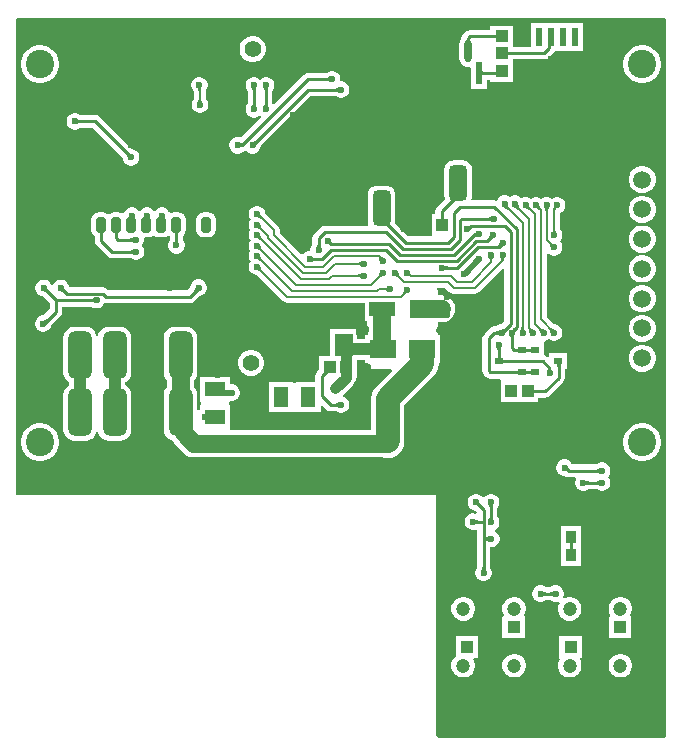
<source format=gbl>
G04*
G04 #@! TF.GenerationSoftware,Altium Limited,Altium Designer,21.9.2 (33)*
G04*
G04 Layer_Physical_Order=2*
G04 Layer_Color=16711680*
%FSLAX25Y25*%
%MOIN*%
G70*
G04*
G04 #@! TF.SameCoordinates,B4EE9FE0-2F64-4693-93D6-35106772D84E*
G04*
G04*
G04 #@! TF.FilePolarity,Positive*
G04*
G01*
G75*
%ADD12C,0.00787*%
%ADD15C,0.01000*%
%ADD41R,0.05512X0.05512*%
%ADD42C,0.05512*%
%ADD52R,0.04331X0.03937*%
%ADD53R,0.03740X0.04134*%
%ADD55R,0.03937X0.04331*%
%ADD67C,0.01968*%
%ADD70C,0.04724*%
%ADD71C,0.02362*%
%ADD72C,0.02953*%
%ADD73C,0.03937*%
%ADD74C,0.03150*%
%ADD75C,0.05906*%
%ADD76C,0.09449*%
%ADD77R,0.06700X0.04950*%
%ADD78R,0.02362X0.06102*%
%ADD79R,0.04724X0.07087*%
G04:AMPARAMS|DCode=80|XSize=60mil|YSize=118.11mil|CornerRadius=15mil|HoleSize=0mil|Usage=FLASHONLY|Rotation=0.000|XOffset=0mil|YOffset=0mil|HoleType=Round|Shape=RoundedRectangle|*
%AMROUNDEDRECTD80*
21,1,0.06000,0.08811,0,0,0.0*
21,1,0.03000,0.11811,0,0,0.0*
1,1,0.03000,0.01500,-0.04406*
1,1,0.03000,-0.01500,-0.04406*
1,1,0.03000,-0.01500,0.04406*
1,1,0.03000,0.01500,0.04406*
%
%ADD80ROUNDEDRECTD80*%
%ADD81R,0.04950X0.06700*%
%ADD82R,0.02900X0.02200*%
G04:AMPARAMS|DCode=83|XSize=78.74mil|YSize=157.48mil|CornerRadius=19.68mil|HoleSize=0mil|Usage=FLASHONLY|Rotation=0.000|XOffset=0mil|YOffset=0mil|HoleType=Round|Shape=RoundedRectangle|*
%AMROUNDEDRECTD83*
21,1,0.07874,0.11811,0,0,0.0*
21,1,0.03937,0.15748,0,0,0.0*
1,1,0.03937,0.01968,-0.05906*
1,1,0.03937,-0.01968,-0.05906*
1,1,0.03937,-0.01968,0.05906*
1,1,0.03937,0.01968,0.05906*
%
%ADD83ROUNDEDRECTD83*%
G04:AMPARAMS|DCode=84|XSize=73.79mil|YSize=24.1mil|CornerRadius=12.05mil|HoleSize=0mil|Usage=FLASHONLY|Rotation=90.000|XOffset=0mil|YOffset=0mil|HoleType=Round|Shape=RoundedRectangle|*
%AMROUNDEDRECTD84*
21,1,0.07379,0.00000,0,0,90.0*
21,1,0.04969,0.02410,0,0,90.0*
1,1,0.02410,0.00000,0.02485*
1,1,0.02410,0.00000,-0.02485*
1,1,0.02410,0.00000,-0.02485*
1,1,0.02410,0.00000,0.02485*
%
%ADD84ROUNDEDRECTD84*%
%ADD85R,0.02410X0.07379*%
%ADD86R,0.05906X0.07480*%
G04:AMPARAMS|DCode=87|XSize=31.5mil|YSize=51.18mil|CornerRadius=7.87mil|HoleSize=0mil|Usage=FLASHONLY|Rotation=0.000|XOffset=0mil|YOffset=0mil|HoleType=Round|Shape=RoundedRectangle|*
%AMROUNDEDRECTD87*
21,1,0.03150,0.03543,0,0,0.0*
21,1,0.01575,0.05118,0,0,0.0*
1,1,0.01575,0.00787,-0.01772*
1,1,0.01575,-0.00787,-0.01772*
1,1,0.01575,-0.00787,0.01772*
1,1,0.01575,0.00787,0.01772*
%
%ADD87ROUNDEDRECTD87*%
%ADD88R,0.08600X0.05118*%
%ADD89R,0.08600X0.05906*%
%ADD90R,0.08500X0.06300*%
%ADD91C,0.05906*%
%ADD92C,0.03937*%
%ADD93C,0.03543*%
%ADD94C,0.07874*%
G36*
X108268Y119493D02*
Y-119493D01*
X107682Y-120079D01*
X32547D01*
X31500Y-119032D01*
Y-39000D01*
X-108268D01*
Y119500D01*
X-107689Y120079D01*
X107682D01*
X108268Y119493D01*
D02*
G37*
%LPC*%
G36*
X80630Y118126D02*
X63307D01*
Y110360D01*
X57240D01*
Y111787D01*
Y117299D01*
X49760D01*
Y115871D01*
X42849D01*
X42039Y115710D01*
X41353Y115252D01*
X40767Y114666D01*
X40309Y113980D01*
X40148Y113170D01*
Y113161D01*
X39832Y112750D01*
X39552Y112074D01*
X39456Y111348D01*
Y106378D01*
X39552Y105653D01*
X39832Y104977D01*
X40277Y104396D01*
X40858Y103950D01*
X41534Y103670D01*
X42260Y103575D01*
X42720Y103635D01*
X43220Y103272D01*
Y96236D01*
X48780D01*
Y99385D01*
X49760D01*
Y98713D01*
X57240D01*
Y104701D01*
Y106129D01*
X67744D01*
X68554Y106290D01*
X69240Y106748D01*
X70819Y108327D01*
X71184Y108874D01*
X80630D01*
Y118126D01*
D02*
G37*
G36*
X-28930Y113831D02*
X-30070D01*
X-31172Y113536D01*
X-32159Y112965D01*
X-32965Y112159D01*
X-33536Y111172D01*
X-33831Y110070D01*
Y108930D01*
X-33536Y107828D01*
X-32965Y106841D01*
X-32159Y106035D01*
X-31172Y105464D01*
X-30070Y105169D01*
X-28930D01*
X-27828Y105464D01*
X-26841Y106035D01*
X-26035Y106841D01*
X-25464Y107828D01*
X-25169Y108930D01*
Y110070D01*
X-25464Y111172D01*
X-26035Y112159D01*
X-26841Y112965D01*
X-27828Y113536D01*
X-28930Y113831D01*
D02*
G37*
G36*
X101014Y110799D02*
X99773D01*
X98556Y110557D01*
X97410Y110082D01*
X96378Y109393D01*
X95501Y108516D01*
X94811Y107484D01*
X94337Y106337D01*
X94095Y105120D01*
Y103880D01*
X94337Y102663D01*
X94811Y101516D01*
X95501Y100485D01*
X96378Y99607D01*
X97410Y98918D01*
X98556Y98443D01*
X99773Y98201D01*
X101014D01*
X102231Y98443D01*
X103377Y98918D01*
X104409Y99607D01*
X105287Y100485D01*
X105976Y101516D01*
X106451Y102663D01*
X106693Y103880D01*
Y105120D01*
X106451Y106337D01*
X105976Y107484D01*
X105287Y108516D01*
X104409Y109393D01*
X103377Y110082D01*
X102231Y110557D01*
X101014Y110799D01*
D02*
G37*
G36*
X-99773D02*
X-101014D01*
X-102231Y110557D01*
X-103377Y110082D01*
X-104409Y109393D01*
X-105287Y108516D01*
X-105976Y107484D01*
X-106451Y106337D01*
X-106693Y105120D01*
Y103880D01*
X-106451Y102663D01*
X-105976Y101516D01*
X-105287Y100485D01*
X-104409Y99607D01*
X-103377Y98918D01*
X-102231Y98443D01*
X-101014Y98201D01*
X-99773D01*
X-98556Y98443D01*
X-97410Y98918D01*
X-96378Y99607D01*
X-95501Y100485D01*
X-94811Y101516D01*
X-94337Y102663D01*
X-94095Y103880D01*
Y105120D01*
X-94337Y106337D01*
X-94811Y107484D01*
X-95501Y108516D01*
X-96378Y109393D01*
X-97410Y110082D01*
X-98556Y110557D01*
X-99773Y110799D01*
D02*
G37*
G36*
X-2637Y102256D02*
X-3363D01*
X-4064Y102068D01*
X-4692Y101705D01*
X-4782Y101615D01*
X-11000D01*
X-11810Y101454D01*
X-12496Y100996D01*
X-22357Y91135D01*
X-22737Y91185D01*
X-22885Y91314D01*
Y95718D01*
X-22795Y95808D01*
X-22432Y96436D01*
X-22244Y97137D01*
Y97863D01*
X-22432Y98564D01*
X-22795Y99192D01*
X-23308Y99705D01*
X-23936Y100068D01*
X-24637Y100256D01*
X-25363D01*
X-26064Y100068D01*
X-26692Y99705D01*
X-27000Y99397D01*
X-27308Y99705D01*
X-27936Y100068D01*
X-28637Y100256D01*
X-29363D01*
X-30064Y100068D01*
X-30692Y99705D01*
X-31205Y99192D01*
X-31568Y98564D01*
X-31756Y97863D01*
Y97137D01*
X-31568Y96436D01*
X-31205Y95808D01*
X-31115Y95718D01*
Y91282D01*
X-31205Y91192D01*
X-31568Y90564D01*
X-31756Y89863D01*
Y89137D01*
X-31568Y88436D01*
X-31205Y87808D01*
X-30692Y87295D01*
X-30064Y86932D01*
X-29363Y86744D01*
X-28637D01*
X-27936Y86932D01*
X-27308Y87295D01*
X-27120Y87483D01*
X-26802Y87288D01*
X-26737Y86755D01*
X-33428Y80063D01*
X-33436Y80068D01*
X-34137Y80256D01*
X-34863D01*
X-35564Y80068D01*
X-36192Y79705D01*
X-36705Y79192D01*
X-37068Y78564D01*
X-37256Y77863D01*
Y77137D01*
X-37068Y76436D01*
X-36705Y75808D01*
X-36192Y75295D01*
X-35564Y74932D01*
X-34863Y74744D01*
X-34137D01*
X-33436Y74932D01*
X-32808Y75295D01*
X-32502Y75600D01*
X-32045Y75691D01*
X-31828Y75836D01*
X-31705Y75808D01*
X-31192Y75295D01*
X-30564Y74932D01*
X-29863Y74744D01*
X-29137D01*
X-28436Y74932D01*
X-27808Y75295D01*
X-27295Y75808D01*
X-26932Y76436D01*
X-26744Y77137D01*
Y77264D01*
X-18874Y85135D01*
X-10124Y93885D01*
X-1782D01*
X-1692Y93795D01*
X-1064Y93432D01*
X-363Y93244D01*
X363D01*
X1064Y93432D01*
X1692Y93795D01*
X2205Y94308D01*
X2568Y94936D01*
X2756Y95637D01*
Y96363D01*
X2568Y97064D01*
X2205Y97692D01*
X1692Y98205D01*
X1064Y98568D01*
X363Y98756D01*
X48D01*
X-244Y99137D01*
Y99863D01*
X-432Y100564D01*
X-795Y101192D01*
X-1308Y101705D01*
X-1936Y102068D01*
X-2637Y102256D01*
D02*
G37*
G36*
X-46881Y100256D02*
X-47607D01*
X-48308Y100068D01*
X-48936Y99705D01*
X-49449Y99192D01*
X-49812Y98564D01*
X-50000Y97863D01*
Y97137D01*
X-49812Y96436D01*
X-49449Y95808D01*
X-49129Y95488D01*
Y92800D01*
X-49129Y92800D01*
X-49174Y92742D01*
X-49194Y92703D01*
X-49205Y92692D01*
X-49568Y92064D01*
X-49756Y91363D01*
Y90637D01*
X-49568Y89936D01*
X-49205Y89308D01*
X-48692Y88795D01*
X-48064Y88432D01*
X-47363Y88244D01*
X-46637D01*
X-45936Y88432D01*
X-45308Y88795D01*
X-44795Y89308D01*
X-44432Y89936D01*
X-44244Y90637D01*
Y91363D01*
X-44432Y92064D01*
X-44795Y92692D01*
X-45115Y93012D01*
Y95700D01*
X-45115Y95700D01*
X-45070Y95758D01*
X-45050Y95797D01*
X-45039Y95808D01*
X-44676Y96436D01*
X-44488Y97137D01*
Y97863D01*
X-44676Y98564D01*
X-45039Y99192D01*
X-45552Y99705D01*
X-46180Y100068D01*
X-46881Y100256D01*
D02*
G37*
G36*
X-88362Y88224D02*
X-89087D01*
X-89788Y88037D01*
X-90417Y87674D01*
X-90930Y87161D01*
X-91293Y86532D01*
X-91480Y85831D01*
Y85106D01*
X-91293Y84405D01*
X-90930Y83776D01*
X-90417Y83263D01*
X-89788Y82900D01*
X-89087Y82713D01*
X-88362D01*
X-87661Y82900D01*
X-87032Y83263D01*
X-86942Y83353D01*
X-82845D01*
X-72756Y73264D01*
Y73137D01*
X-72568Y72436D01*
X-72205Y71808D01*
X-71692Y71295D01*
X-71064Y70932D01*
X-70363Y70744D01*
X-69637D01*
X-68936Y70932D01*
X-68308Y71295D01*
X-67795Y71808D01*
X-67432Y72436D01*
X-67244Y73137D01*
Y73863D01*
X-67432Y74564D01*
X-67795Y75192D01*
X-68308Y75705D01*
X-68936Y76068D01*
X-69637Y76256D01*
X-69764D01*
X-80473Y86964D01*
X-81159Y87423D01*
X-81968Y87584D01*
X-86942D01*
X-87032Y87674D01*
X-87661Y88037D01*
X-88362Y88224D01*
D02*
G37*
G36*
X100990Y70599D02*
X99798D01*
X98646Y70290D01*
X97614Y69694D01*
X96771Y68851D01*
X96175Y67819D01*
X95866Y66667D01*
Y65475D01*
X96175Y64324D01*
X96771Y63291D01*
X97614Y62449D01*
X98646Y61852D01*
X99798Y61544D01*
X100990D01*
X102141Y61852D01*
X103174Y62449D01*
X104017Y63291D01*
X104613Y64324D01*
X104921Y65475D01*
Y66667D01*
X104613Y67819D01*
X104017Y68851D01*
X103174Y69694D01*
X102141Y70290D01*
X100990Y70599D01*
D02*
G37*
G36*
X-59397Y56756D02*
X-60123D01*
X-60824Y56568D01*
X-61452Y56205D01*
X-61965Y55692D01*
X-62010Y55615D01*
X-62510D01*
X-62555Y55692D01*
X-63068Y56205D01*
X-63696Y56568D01*
X-64397Y56756D01*
X-65123D01*
X-65824Y56568D01*
X-66452Y56205D01*
X-66965Y55692D01*
X-67010Y55615D01*
X-67510D01*
X-67555Y55692D01*
X-68068Y56205D01*
X-68696Y56568D01*
X-69397Y56756D01*
X-70123D01*
X-70824Y56568D01*
X-71452Y56205D01*
X-71965Y55692D01*
X-72328Y55064D01*
X-72353Y54971D01*
X-72928Y54755D01*
X-73291Y54997D01*
X-74213Y55180D01*
X-75787D01*
X-76709Y54997D01*
X-77088Y54744D01*
X-77500Y54481D01*
X-77912Y54744D01*
X-78291Y54997D01*
X-79213Y55180D01*
X-80787D01*
X-81709Y54997D01*
X-82490Y54475D01*
X-83012Y53693D01*
X-83196Y52772D01*
Y49228D01*
X-83012Y48307D01*
X-82490Y47525D01*
X-82115Y47275D01*
Y45740D01*
X-81954Y44931D01*
X-81496Y44244D01*
X-77756Y40504D01*
X-77069Y40046D01*
X-76260Y39885D01*
X-70148D01*
X-70059Y39795D01*
X-69430Y39432D01*
X-68729Y39244D01*
X-68004D01*
X-67303Y39432D01*
X-66674Y39795D01*
X-66161Y40308D01*
X-65798Y40936D01*
X-65611Y41637D01*
Y42363D01*
X-65798Y43064D01*
X-66161Y43692D01*
X-66536Y44067D01*
X-66295Y44308D01*
X-65932Y44936D01*
X-65744Y45637D01*
Y46363D01*
X-65349Y46820D01*
X-64213D01*
X-63291Y47003D01*
X-62912Y47256D01*
X-62500Y47519D01*
X-62088Y47256D01*
X-61709Y47003D01*
X-60787Y46820D01*
X-59213D01*
X-58291Y47003D01*
X-57510Y47525D01*
X-57490D01*
X-57055Y47235D01*
Y45842D01*
X-57085Y45812D01*
X-57448Y45184D01*
X-57636Y44483D01*
Y43757D01*
X-57448Y43056D01*
X-57085Y42428D01*
X-56572Y41915D01*
X-55944Y41552D01*
X-55243Y41364D01*
X-54517D01*
X-53816Y41552D01*
X-53188Y41915D01*
X-52675Y42428D01*
X-52312Y43056D01*
X-52124Y43757D01*
Y44483D01*
X-52312Y45184D01*
X-52675Y45812D01*
X-52824Y45962D01*
Y47315D01*
X-52510Y47525D01*
X-51987Y48307D01*
X-51804Y49228D01*
Y52772D01*
X-51987Y53693D01*
X-52510Y54475D01*
X-53291Y54997D01*
X-54213Y55180D01*
X-55787D01*
X-56709Y54997D01*
X-56716Y54992D01*
X-57280Y55217D01*
X-57555Y55692D01*
X-58068Y56205D01*
X-58696Y56568D01*
X-59397Y56756D01*
D02*
G37*
G36*
X100990Y60670D02*
X99798D01*
X98646Y60362D01*
X97614Y59766D01*
X96771Y58923D01*
X96175Y57890D01*
X95866Y56739D01*
Y55547D01*
X96175Y54395D01*
X96771Y53363D01*
X97614Y52520D01*
X98646Y51924D01*
X99798Y51615D01*
X100990D01*
X102141Y51924D01*
X103174Y52520D01*
X104017Y53363D01*
X104613Y54395D01*
X104921Y55547D01*
Y56739D01*
X104613Y57890D01*
X104017Y58923D01*
X103174Y59766D01*
X102141Y60362D01*
X100990Y60670D01*
D02*
G37*
G36*
X40500Y72507D02*
X37500D01*
X36697Y72401D01*
X35949Y72091D01*
X35307Y71599D01*
X34814Y70956D01*
X34504Y70208D01*
X34399Y69406D01*
Y60594D01*
X34504Y59792D01*
X34568Y59638D01*
X32004Y57075D01*
X31546Y56388D01*
X31385Y55579D01*
Y54740D01*
X30213D01*
Y47260D01*
X29772Y47115D01*
X22462D01*
X18029Y51548D01*
X18101Y52095D01*
Y60905D01*
X17996Y61708D01*
X17686Y62456D01*
X17193Y63099D01*
X16551Y63591D01*
X15803Y63901D01*
X15000Y64007D01*
X12000D01*
X11197Y63901D01*
X10449Y63591D01*
X9807Y63099D01*
X9314Y62456D01*
X9004Y61708D01*
X8899Y60905D01*
Y52095D01*
X9004Y51292D01*
X9112Y51031D01*
X8834Y50615D01*
X-5500D01*
X-6310Y50454D01*
X-6996Y49996D01*
X-8996Y47996D01*
X-9454Y47310D01*
X-9615Y46500D01*
Y44282D01*
X-9705Y44192D01*
X-10068Y43564D01*
X-10256Y42863D01*
Y42256D01*
X-10863D01*
X-11564Y42068D01*
X-12192Y41705D01*
X-12705Y41192D01*
X-12737Y41137D01*
X-13233Y41071D01*
X-20493Y48331D01*
Y49159D01*
X-20646Y49927D01*
X-21081Y50579D01*
X-25221Y54718D01*
X-25228Y54784D01*
X-25244Y54834D01*
Y54863D01*
X-25432Y55564D01*
X-25795Y56192D01*
X-26308Y56705D01*
X-26936Y57068D01*
X-27637Y57256D01*
X-28363D01*
X-29064Y57068D01*
X-29692Y56705D01*
X-30205Y56192D01*
X-30568Y55564D01*
X-30756Y54863D01*
Y54137D01*
X-30568Y53436D01*
X-30205Y52808D01*
X-30147Y52750D01*
X-30205Y52692D01*
X-30568Y52064D01*
X-30756Y51363D01*
Y50637D01*
X-30568Y49936D01*
X-30205Y49308D01*
X-30147Y49250D01*
X-30205Y49192D01*
X-30568Y48564D01*
X-30756Y47863D01*
Y47137D01*
X-30568Y46436D01*
X-30205Y45808D01*
X-30147Y45750D01*
X-30205Y45692D01*
X-30568Y45064D01*
X-30756Y44363D01*
Y43637D01*
X-30568Y42936D01*
X-30205Y42308D01*
X-30147Y42250D01*
X-30205Y42192D01*
X-30568Y41564D01*
X-30756Y40863D01*
Y40137D01*
X-30568Y39436D01*
X-30205Y38808D01*
X-30147Y38750D01*
X-30205Y38692D01*
X-30568Y38064D01*
X-30756Y37363D01*
Y36637D01*
X-30568Y35936D01*
X-30205Y35308D01*
X-29692Y34795D01*
X-29064Y34432D01*
X-28363Y34244D01*
X-28161D01*
X-28060Y34221D01*
X-19419Y25581D01*
X-18768Y25146D01*
X-18000Y24993D01*
X7925D01*
Y18866D01*
X8694D01*
Y17700D01*
X8817Y17086D01*
X9165Y16565D01*
X9198Y16543D01*
Y15560D01*
X8967Y15214D01*
X8844Y14600D01*
Y14225D01*
X8075D01*
Y13074D01*
X5433D01*
Y16315D01*
X-3622D01*
Y7240D01*
X-7299D01*
Y2751D01*
X-7996Y2055D01*
X-8454Y1369D01*
X-8615Y559D01*
Y-1575D01*
X-14925D01*
Y-1744D01*
X-16075D01*
Y-1575D01*
X-24175D01*
Y-11425D01*
X-16075D01*
Y-11256D01*
X-14925D01*
Y-11425D01*
X-6825D01*
Y-9320D01*
X-6363Y-9128D01*
X-4996Y-10496D01*
X-4310Y-10954D01*
X-3500Y-11115D01*
X-1782D01*
X-1692Y-11205D01*
X-1064Y-11568D01*
X-363Y-11756D01*
X363D01*
X1064Y-11568D01*
X1692Y-11205D01*
X2205Y-10692D01*
X2568Y-10064D01*
X2756Y-9363D01*
Y-8637D01*
X2568Y-7936D01*
X2205Y-7308D01*
X1692Y-6795D01*
X1064Y-6432D01*
X644Y-6319D01*
X571Y-6196D01*
X508Y-5765D01*
X3946Y-2328D01*
X4482Y-1629D01*
X4819Y-815D01*
X4895Y-240D01*
X5299D01*
Y5685D01*
X5433D01*
Y5926D01*
X8075D01*
Y4775D01*
X8844D01*
Y4400D01*
X8967Y3785D01*
X9315Y3265D01*
X9836Y2917D01*
X10450Y2794D01*
X16779D01*
X16970Y2332D01*
X11648Y-2990D01*
X10764Y-4142D01*
X10209Y-5482D01*
X10019Y-6921D01*
Y-17433D01*
X-36682D01*
X-37075Y-17175D01*
Y-9075D01*
X-37244D01*
Y-8151D01*
X-36863Y-7756D01*
X-36137D01*
X-35436Y-7568D01*
X-34808Y-7205D01*
X-34295Y-6692D01*
X-33932Y-6064D01*
X-33744Y-5363D01*
Y-4637D01*
X-33932Y-3936D01*
X-34295Y-3308D01*
X-34808Y-2795D01*
X-35436Y-2432D01*
X-36137Y-2244D01*
X-36863D01*
X-37075Y-2081D01*
Y175D01*
X-46925D01*
Y-7925D01*
X-46756D01*
Y-9075D01*
X-46925D01*
Y-10640D01*
X-47192Y-10795D01*
X-47458Y-11060D01*
X-47958Y-10853D01*
Y-5595D01*
X-48079Y-4670D01*
X-48436Y-3808D01*
X-48933Y-3160D01*
Y-840D01*
X-48436Y-192D01*
X-48079Y669D01*
X-47958Y1595D01*
Y13406D01*
X-48079Y14331D01*
X-48436Y15192D01*
X-49004Y15933D01*
X-49745Y16501D01*
X-50607Y16858D01*
X-51531Y16979D01*
X-55468D01*
X-56393Y16858D01*
X-57255Y16501D01*
X-57996Y15933D01*
X-58564Y15192D01*
X-58921Y14331D01*
X-59042Y13406D01*
Y1595D01*
X-58921Y669D01*
X-58564Y-192D01*
X-58067Y-840D01*
Y-3160D01*
X-58564Y-3808D01*
X-58921Y-4670D01*
X-59042Y-5595D01*
Y-17405D01*
X-58921Y-18330D01*
X-58564Y-19192D01*
X-57996Y-19933D01*
X-57255Y-20501D01*
X-56469Y-20827D01*
X-55745Y-21770D01*
X-52285Y-25229D01*
X-51340Y-25955D01*
X-50238Y-26411D01*
X-49056Y-26567D01*
X14092D01*
X14140Y-26586D01*
X15579Y-26776D01*
X17018Y-26586D01*
X18358Y-26031D01*
X19510Y-25148D01*
X20393Y-23996D01*
X20949Y-22655D01*
X21138Y-21216D01*
Y-9224D01*
X30931Y569D01*
X31815Y1720D01*
X32370Y3061D01*
X32559Y4500D01*
Y4775D01*
X32925D01*
Y14225D01*
X32156D01*
Y14600D01*
X32033Y15214D01*
X31685Y15735D01*
X31589Y15800D01*
X31590Y16401D01*
X31835Y16565D01*
X32183Y17086D01*
X32306Y17700D01*
Y18433D01*
X33500D01*
X34682Y18589D01*
X35783Y19045D01*
X36729Y19771D01*
X37455Y20717D01*
X37911Y21818D01*
X38067Y23000D01*
X37911Y24182D01*
X37455Y25283D01*
X36729Y26229D01*
X35783Y26955D01*
X34682Y27411D01*
X33500Y27567D01*
X32306D01*
Y28300D01*
X32183Y28914D01*
X31835Y29435D01*
X31749Y29493D01*
X31901Y29993D01*
X34669D01*
X36081Y28581D01*
X36732Y28146D01*
X37500Y27993D01*
X44500D01*
X45268Y28146D01*
X45919Y28581D01*
X53923Y36584D01*
X54385Y36393D01*
Y18876D01*
X53264Y17756D01*
X53137D01*
X52436Y17568D01*
X51808Y17205D01*
X51718Y17116D01*
X51000D01*
X50191Y16954D01*
X49504Y16496D01*
X47717Y14708D01*
X47258Y14022D01*
X47097Y13213D01*
Y2336D01*
X47258Y1526D01*
X47717Y840D01*
X48303Y254D01*
X48989Y-204D01*
X49798Y-365D01*
X52946D01*
X53201Y-760D01*
Y-8240D01*
X65799D01*
Y-6615D01*
X68000D01*
X68810Y-6454D01*
X69496Y-5996D01*
X73996Y-1496D01*
X74454Y-809D01*
X74615Y0D01*
Y2825D01*
X75425D01*
Y8175D01*
X73166D01*
X72863Y8256D01*
X72137D01*
X71834Y8175D01*
X69375D01*
Y7009D01*
X68913Y6818D01*
X68735Y6996D01*
X68049Y7454D01*
X67625Y7539D01*
Y11925D01*
X67980Y12275D01*
X68564Y12432D01*
X69192Y12795D01*
X69250Y12853D01*
X69308Y12795D01*
X69936Y12432D01*
X70637Y12244D01*
X71363D01*
X72064Y12432D01*
X72692Y12795D01*
X73205Y13308D01*
X73568Y13936D01*
X73756Y14637D01*
Y15363D01*
X73568Y16064D01*
X73205Y16692D01*
X72692Y17205D01*
X72064Y17568D01*
X71363Y17756D01*
X71162D01*
X71060Y17779D01*
X68507Y20331D01*
Y41388D01*
X69007Y41596D01*
X69308Y41295D01*
X69936Y40932D01*
X70637Y40744D01*
X71363D01*
X72064Y40932D01*
X72692Y41295D01*
X73205Y41808D01*
X73568Y42436D01*
X73756Y43137D01*
Y43863D01*
X73568Y44564D01*
X73205Y45192D01*
X72897Y45500D01*
X73205Y45808D01*
X73568Y46436D01*
X73756Y47137D01*
Y47863D01*
X73568Y48564D01*
X73205Y49192D01*
X73063Y49334D01*
X73007Y49422D01*
Y51543D01*
Y54917D01*
X73064Y54932D01*
X73692Y55295D01*
X74205Y55808D01*
X74568Y56436D01*
X74756Y57137D01*
Y57863D01*
X74568Y58564D01*
X74205Y59192D01*
X73692Y59705D01*
X73064Y60068D01*
X72363Y60256D01*
X71637D01*
X70936Y60068D01*
X70308Y59705D01*
X70250Y59647D01*
X70192Y59705D01*
X69564Y60068D01*
X68863Y60256D01*
X68137D01*
X67436Y60068D01*
X66808Y59705D01*
X66750Y59647D01*
X66692Y59705D01*
X66064Y60068D01*
X65363Y60256D01*
X64637D01*
X63936Y60068D01*
X63308Y59705D01*
X63250Y59647D01*
X63192Y59705D01*
X62564Y60068D01*
X61863Y60256D01*
X61137D01*
X60436Y60068D01*
X60052Y59846D01*
X59692Y60205D01*
X59064Y60568D01*
X58363Y60756D01*
X57637D01*
X56936Y60568D01*
X56308Y60205D01*
X56250Y60147D01*
X56192Y60205D01*
X55564Y60568D01*
X54863Y60756D01*
X54137D01*
X53436Y60568D01*
X52808Y60205D01*
X52295Y59692D01*
X52103Y59360D01*
X51810Y58954D01*
X51000Y59115D01*
X43666D01*
X43388Y59531D01*
X43496Y59792D01*
X43601Y60594D01*
Y69406D01*
X43496Y70208D01*
X43186Y70956D01*
X42693Y71599D01*
X42051Y72091D01*
X41303Y72401D01*
X40500Y72507D01*
D02*
G37*
G36*
X-44213Y55180D02*
X-45787D01*
X-46709Y54997D01*
X-47490Y54475D01*
X-48013Y53693D01*
X-48196Y52772D01*
Y49228D01*
X-48013Y48307D01*
X-47490Y47525D01*
X-46709Y47003D01*
X-45787Y46820D01*
X-44213D01*
X-43291Y47003D01*
X-42510Y47525D01*
X-41987Y48307D01*
X-41804Y49228D01*
Y52772D01*
X-41987Y53693D01*
X-42510Y54475D01*
X-43291Y54997D01*
X-44213Y55180D01*
D02*
G37*
G36*
X100990Y50742D02*
X99798D01*
X98646Y50433D01*
X97614Y49837D01*
X96771Y48994D01*
X96175Y47962D01*
X95866Y46810D01*
Y45618D01*
X96175Y44467D01*
X96771Y43434D01*
X97614Y42591D01*
X98646Y41995D01*
X99798Y41687D01*
X100990D01*
X102141Y41995D01*
X103174Y42591D01*
X104017Y43434D01*
X104613Y44467D01*
X104921Y45618D01*
Y46810D01*
X104613Y47962D01*
X104017Y48994D01*
X103174Y49837D01*
X102141Y50433D01*
X100990Y50742D01*
D02*
G37*
G36*
Y40813D02*
X99798D01*
X98646Y40505D01*
X97614Y39909D01*
X96771Y39066D01*
X96175Y38033D01*
X95866Y36882D01*
Y35690D01*
X96175Y34538D01*
X96771Y33506D01*
X97614Y32663D01*
X98646Y32067D01*
X99798Y31758D01*
X100990D01*
X102141Y32067D01*
X103174Y32663D01*
X104017Y33506D01*
X104613Y34538D01*
X104921Y35690D01*
Y36882D01*
X104613Y38033D01*
X104017Y39066D01*
X103174Y39909D01*
X102141Y40505D01*
X100990Y40813D01*
D02*
G37*
G36*
X-47137Y32756D02*
X-47863D01*
X-48564Y32568D01*
X-49192Y32205D01*
X-49705Y31692D01*
X-50068Y31064D01*
X-50256Y30363D01*
Y30236D01*
X-51376Y29115D01*
X-77624D01*
X-78004Y29496D01*
X-78690Y29954D01*
X-79500Y30115D01*
X-90612D01*
X-90634Y30137D01*
Y30264D01*
X-90822Y30965D01*
X-91185Y31594D01*
X-91698Y32107D01*
X-92326Y32470D01*
X-93027Y32658D01*
X-93753D01*
X-94454Y32470D01*
X-95082Y32107D01*
X-95595Y31594D01*
X-95958Y30965D01*
X-95985Y30863D01*
X-96503D01*
X-96530Y30965D01*
X-96893Y31594D01*
X-97406Y32107D01*
X-98035Y32470D01*
X-98736Y32658D01*
X-99461D01*
X-100162Y32470D01*
X-100791Y32107D01*
X-101304Y31594D01*
X-101666Y30965D01*
X-101854Y30264D01*
Y29539D01*
X-101666Y28838D01*
X-101304Y28209D01*
X-100791Y27696D01*
X-100162Y27334D01*
X-99461Y27146D01*
X-99334D01*
X-97167Y24978D01*
Y22825D01*
X-99236Y20756D01*
X-99619D01*
X-100320Y20568D01*
X-100948Y20205D01*
X-101461Y19692D01*
X-101824Y19064D01*
X-102012Y18363D01*
Y17637D01*
X-101824Y16936D01*
X-101461Y16308D01*
X-100948Y15795D01*
X-100320Y15432D01*
X-99619Y15244D01*
X-98893D01*
X-98192Y15432D01*
X-97564Y15795D01*
X-97051Y16308D01*
X-96688Y16936D01*
X-96565Y17396D01*
X-96540Y17457D01*
X-96534Y17467D01*
X-96530Y17478D01*
X-93555Y20453D01*
X-93097Y21139D01*
X-92936Y21949D01*
Y23739D01*
X-83282D01*
X-83192Y23649D01*
X-82564Y23286D01*
X-81863Y23098D01*
X-81137D01*
X-80436Y23286D01*
X-79808Y23649D01*
X-79295Y24162D01*
X-78932Y24791D01*
X-78886Y24961D01*
X-78500Y24884D01*
X-50500D01*
X-49690Y25046D01*
X-49004Y25504D01*
X-47264Y27244D01*
X-47137D01*
X-46436Y27432D01*
X-45808Y27795D01*
X-45295Y28308D01*
X-44932Y28936D01*
X-44744Y29637D01*
Y30363D01*
X-44932Y31064D01*
X-45295Y31692D01*
X-45808Y32205D01*
X-46436Y32568D01*
X-47137Y32756D01*
D02*
G37*
G36*
X100990Y30885D02*
X99798D01*
X98646Y30576D01*
X97614Y29980D01*
X96771Y29137D01*
X96175Y28105D01*
X95866Y26953D01*
Y25761D01*
X96175Y24610D01*
X96771Y23577D01*
X97614Y22734D01*
X98646Y22138D01*
X99798Y21830D01*
X100990D01*
X102141Y22138D01*
X103174Y22734D01*
X104017Y23577D01*
X104613Y24610D01*
X104921Y25761D01*
Y26953D01*
X104613Y28105D01*
X104017Y29137D01*
X103174Y29980D01*
X102141Y30576D01*
X100990Y30885D01*
D02*
G37*
G36*
X-73532Y16979D02*
X-77469D01*
X-78394Y16858D01*
X-79255Y16501D01*
X-79996Y15933D01*
X-80564Y15192D01*
X-80921Y14331D01*
X-80998Y13744D01*
X-81502D01*
X-81579Y14331D01*
X-81936Y15192D01*
X-82504Y15933D01*
X-83245Y16501D01*
X-84106Y16858D01*
X-85031Y16979D01*
X-88968D01*
X-89894Y16858D01*
X-90755Y16501D01*
X-91496Y15933D01*
X-92064Y15192D01*
X-92421Y14331D01*
X-92542Y13406D01*
Y1595D01*
X-92421Y669D01*
X-92064Y-192D01*
X-91496Y-933D01*
X-90755Y-1501D01*
X-90574Y-1576D01*
Y-2424D01*
X-90755Y-2499D01*
X-91496Y-3067D01*
X-92064Y-3808D01*
X-92421Y-4670D01*
X-92542Y-5595D01*
Y-17405D01*
X-92421Y-18330D01*
X-92064Y-19192D01*
X-91496Y-19933D01*
X-90755Y-20501D01*
X-89894Y-20858D01*
X-88968Y-20979D01*
X-85031D01*
X-84106Y-20858D01*
X-83245Y-20501D01*
X-82504Y-19933D01*
X-81936Y-19192D01*
X-81579Y-18330D01*
X-81502Y-17744D01*
X-80998D01*
X-80921Y-18330D01*
X-80564Y-19192D01*
X-79996Y-19933D01*
X-79255Y-20501D01*
X-78394Y-20858D01*
X-77469Y-20979D01*
X-73532D01*
X-72606Y-20858D01*
X-71745Y-20501D01*
X-71004Y-19933D01*
X-70436Y-19192D01*
X-70079Y-18330D01*
X-69958Y-17405D01*
Y-5595D01*
X-70079Y-4670D01*
X-70436Y-3808D01*
X-71004Y-3067D01*
X-71745Y-2499D01*
X-71926Y-2424D01*
Y-1576D01*
X-71745Y-1501D01*
X-71004Y-933D01*
X-70436Y-192D01*
X-70079Y669D01*
X-69958Y1595D01*
Y13406D01*
X-70079Y14331D01*
X-70436Y15192D01*
X-71004Y15933D01*
X-71745Y16501D01*
X-72606Y16858D01*
X-73532Y16979D01*
D02*
G37*
G36*
X100990Y20956D02*
X99798D01*
X98646Y20648D01*
X97614Y20052D01*
X96771Y19208D01*
X96175Y18176D01*
X95866Y17025D01*
Y15833D01*
X96175Y14681D01*
X96771Y13649D01*
X97614Y12806D01*
X98646Y12210D01*
X99798Y11901D01*
X100990D01*
X102141Y12210D01*
X103174Y12806D01*
X104017Y13649D01*
X104613Y14681D01*
X104921Y15833D01*
Y17025D01*
X104613Y18176D01*
X104017Y19208D01*
X103174Y20052D01*
X102141Y20648D01*
X100990Y20956D01*
D02*
G37*
G36*
Y11028D02*
X99798D01*
X98646Y10719D01*
X97614Y10123D01*
X96771Y9280D01*
X96175Y8248D01*
X95866Y7096D01*
Y5904D01*
X96175Y4752D01*
X96771Y3720D01*
X97614Y2877D01*
X98646Y2281D01*
X99798Y1972D01*
X100990D01*
X102141Y2281D01*
X103174Y2877D01*
X104017Y3720D01*
X104613Y4752D01*
X104921Y5904D01*
Y7096D01*
X104613Y8248D01*
X104017Y9280D01*
X103174Y10123D01*
X102141Y10719D01*
X100990Y11028D01*
D02*
G37*
G36*
X-29430Y9331D02*
X-30570D01*
X-31672Y9036D01*
X-32659Y8465D01*
X-33465Y7659D01*
X-34036Y6672D01*
X-34331Y5570D01*
Y4430D01*
X-34036Y3328D01*
X-33465Y2341D01*
X-32659Y1535D01*
X-31672Y964D01*
X-30570Y669D01*
X-29430D01*
X-28328Y964D01*
X-27341Y1535D01*
X-26535Y2341D01*
X-25964Y3328D01*
X-25669Y4430D01*
Y5570D01*
X-25964Y6672D01*
X-26535Y7659D01*
X-27341Y8465D01*
X-28328Y9036D01*
X-29430Y9331D01*
D02*
G37*
G36*
X101014Y-15201D02*
X99773D01*
X98556Y-15443D01*
X97410Y-15918D01*
X96378Y-16607D01*
X95501Y-17484D01*
X94811Y-18516D01*
X94337Y-19663D01*
X94095Y-20880D01*
Y-22120D01*
X94337Y-23337D01*
X94811Y-24484D01*
X95501Y-25515D01*
X96378Y-26393D01*
X97410Y-27082D01*
X98556Y-27557D01*
X99773Y-27799D01*
X101014D01*
X102231Y-27557D01*
X103377Y-27082D01*
X104409Y-26393D01*
X105287Y-25515D01*
X105976Y-24484D01*
X106451Y-23337D01*
X106693Y-22120D01*
Y-20880D01*
X106451Y-19663D01*
X105976Y-18516D01*
X105287Y-17484D01*
X104409Y-16607D01*
X103377Y-15918D01*
X102231Y-15443D01*
X101014Y-15201D01*
D02*
G37*
G36*
X-99773D02*
X-101014D01*
X-102231Y-15443D01*
X-103377Y-15918D01*
X-104409Y-16607D01*
X-105287Y-17484D01*
X-105976Y-18516D01*
X-106451Y-19663D01*
X-106693Y-20880D01*
Y-22120D01*
X-106451Y-23337D01*
X-105976Y-24484D01*
X-105287Y-25515D01*
X-104409Y-26393D01*
X-103377Y-27082D01*
X-102231Y-27557D01*
X-101014Y-27799D01*
X-99773D01*
X-98556Y-27557D01*
X-97410Y-27082D01*
X-96378Y-26393D01*
X-95501Y-25515D01*
X-94811Y-24484D01*
X-94337Y-23337D01*
X-94095Y-22120D01*
Y-20880D01*
X-94337Y-19663D01*
X-94811Y-18516D01*
X-95501Y-17484D01*
X-96378Y-16607D01*
X-97410Y-15918D01*
X-98556Y-15443D01*
X-99773Y-15201D01*
D02*
G37*
G36*
X74863Y-27244D02*
X74137D01*
X73436Y-27432D01*
X72808Y-27795D01*
X72295Y-28308D01*
X71932Y-28936D01*
X71744Y-29637D01*
Y-30363D01*
X71932Y-31064D01*
X72295Y-31692D01*
X72808Y-32205D01*
X73436Y-32568D01*
X74137Y-32756D01*
X74762D01*
X75059Y-32954D01*
X75869Y-33115D01*
X78084D01*
X78373Y-33615D01*
X78188Y-33936D01*
X78000Y-34637D01*
Y-35363D01*
X78188Y-36064D01*
X78551Y-36692D01*
X79064Y-37205D01*
X79692Y-37568D01*
X80393Y-37756D01*
X81119D01*
X81820Y-37568D01*
X82448Y-37205D01*
X82538Y-37115D01*
X85218D01*
X85308Y-37205D01*
X85936Y-37568D01*
X86637Y-37756D01*
X87363D01*
X88064Y-37568D01*
X88692Y-37205D01*
X89205Y-36692D01*
X89568Y-36064D01*
X89756Y-35363D01*
Y-34637D01*
X89568Y-33936D01*
X89205Y-33308D01*
X88897Y-33000D01*
X89205Y-32692D01*
X89568Y-32064D01*
X89756Y-31363D01*
Y-30637D01*
X89568Y-29936D01*
X89205Y-29308D01*
X88692Y-28795D01*
X88064Y-28432D01*
X87363Y-28244D01*
X86637D01*
X85936Y-28432D01*
X85308Y-28795D01*
X85218Y-28885D01*
X77038D01*
X76705Y-28308D01*
X76192Y-27795D01*
X75564Y-27432D01*
X74863Y-27244D01*
D02*
G37*
G36*
X50363Y-38744D02*
X49637D01*
X48936Y-38932D01*
X48308Y-39295D01*
X47795Y-39808D01*
X47750Y-39885D01*
X47250D01*
X47205Y-39808D01*
X46692Y-39295D01*
X46064Y-38932D01*
X45363Y-38744D01*
X44637D01*
X43936Y-38932D01*
X43308Y-39295D01*
X42795Y-39808D01*
X42432Y-40436D01*
X42244Y-41137D01*
Y-41863D01*
X42432Y-42564D01*
X42795Y-43192D01*
X43308Y-43705D01*
X43936Y-44068D01*
X44637Y-44256D01*
X44764D01*
X45167Y-44658D01*
X45131Y-44990D01*
X44637Y-45318D01*
X44363Y-45244D01*
X43637D01*
X42936Y-45432D01*
X42308Y-45795D01*
X41795Y-46308D01*
X41432Y-46936D01*
X41244Y-47637D01*
Y-48363D01*
X41432Y-49064D01*
X41795Y-49692D01*
X42308Y-50205D01*
X42936Y-50568D01*
X43637Y-50756D01*
X44363D01*
X44884Y-50616D01*
X45385Y-50904D01*
Y-53702D01*
Y-63218D01*
X45295Y-63308D01*
X44932Y-63936D01*
X44744Y-64637D01*
Y-65363D01*
X44932Y-66064D01*
X45295Y-66692D01*
X45808Y-67205D01*
X46436Y-67568D01*
X47137Y-67756D01*
X47863D01*
X48564Y-67568D01*
X49192Y-67205D01*
X49705Y-66692D01*
X50068Y-66064D01*
X50256Y-65363D01*
Y-64637D01*
X50068Y-63936D01*
X49705Y-63308D01*
X49615Y-63218D01*
Y-56527D01*
X49705Y-56458D01*
X50431D01*
X51132Y-56271D01*
X51760Y-55908D01*
X52273Y-55395D01*
X52636Y-54766D01*
X52824Y-54065D01*
Y-53340D01*
X52636Y-52639D01*
X52273Y-52010D01*
X51760Y-51497D01*
X51319Y-51242D01*
X51281Y-50719D01*
X51296Y-50678D01*
X51692Y-50449D01*
X52205Y-49936D01*
X52568Y-49308D01*
X52756Y-48607D01*
Y-47881D01*
X52568Y-47180D01*
X52205Y-46552D01*
X52115Y-46462D01*
Y-43282D01*
X52205Y-43192D01*
X52568Y-42564D01*
X52756Y-41863D01*
Y-41137D01*
X52568Y-40436D01*
X52205Y-39808D01*
X51692Y-39295D01*
X51064Y-38932D01*
X50363Y-38744D01*
D02*
G37*
G36*
X80090Y-49358D02*
X73201D01*
Y-56642D01*
Y-62642D01*
X80090D01*
Y-56642D01*
Y-49358D01*
D02*
G37*
G36*
X71863Y-69244D02*
X71137D01*
X70436Y-69432D01*
X69808Y-69795D01*
X69718Y-69885D01*
X68282D01*
X68192Y-69795D01*
X67564Y-69432D01*
X66863Y-69244D01*
X66137D01*
X65436Y-69432D01*
X64808Y-69795D01*
X64295Y-70308D01*
X63932Y-70936D01*
X63744Y-71637D01*
Y-72363D01*
X63932Y-73064D01*
X64295Y-73692D01*
X64808Y-74205D01*
X65436Y-74568D01*
X66137Y-74756D01*
X66863D01*
X67564Y-74568D01*
X68192Y-74205D01*
X68282Y-74115D01*
X69718D01*
X69808Y-74205D01*
X70436Y-74568D01*
X71137Y-74756D01*
X71863D01*
X72478Y-74591D01*
X72679Y-74760D01*
X72821Y-74997D01*
X72512Y-75532D01*
X72244Y-76533D01*
Y-77570D01*
X72512Y-78571D01*
X73031Y-79469D01*
X73764Y-80202D01*
X74661Y-80720D01*
X75663Y-80988D01*
X76699D01*
X77701Y-80720D01*
X78598Y-80202D01*
X79331Y-79469D01*
X79850Y-78571D01*
X80118Y-77570D01*
Y-76533D01*
X79850Y-75532D01*
X79331Y-74634D01*
X78598Y-73901D01*
X77701Y-73383D01*
X76699Y-73114D01*
X75663D01*
X74661Y-73383D01*
X74361Y-73556D01*
X73995Y-73190D01*
X74068Y-73064D01*
X74256Y-72363D01*
Y-71637D01*
X74068Y-70936D01*
X73705Y-70308D01*
X73192Y-69795D01*
X72564Y-69432D01*
X71863Y-69244D01*
D02*
G37*
G36*
X58196Y-73114D02*
X57159D01*
X56158Y-73383D01*
X55260Y-73901D01*
X54527Y-74634D01*
X54009Y-75532D01*
X53740Y-76533D01*
Y-77570D01*
X54009Y-78571D01*
X54372Y-79201D01*
X54084Y-79701D01*
X53760D01*
Y-86787D01*
X61240D01*
Y-79701D01*
X61240D01*
X60982Y-79201D01*
X61346Y-78571D01*
X61614Y-77570D01*
Y-76533D01*
X61346Y-75532D01*
X60827Y-74634D01*
X60094Y-73901D01*
X59197Y-73383D01*
X58196Y-73114D01*
D02*
G37*
G36*
X41266D02*
X40230D01*
X39228Y-73383D01*
X38331Y-73901D01*
X37598Y-74634D01*
X37079Y-75532D01*
X36811Y-76533D01*
Y-77570D01*
X37079Y-78571D01*
X37598Y-79469D01*
X38331Y-80202D01*
X39228Y-80720D01*
X40230Y-80988D01*
X41266D01*
X42268Y-80720D01*
X43165Y-80202D01*
X43898Y-79469D01*
X44417Y-78571D01*
X44685Y-77570D01*
Y-76533D01*
X44417Y-75532D01*
X43898Y-74634D01*
X43165Y-73901D01*
X42268Y-73383D01*
X41266Y-73114D01*
D02*
G37*
G36*
X93629D02*
X92592D01*
X91591Y-73383D01*
X90693Y-73901D01*
X89960Y-74634D01*
X89442Y-75532D01*
X89173Y-76533D01*
Y-77570D01*
X89442Y-78571D01*
X89805Y-79201D01*
X89517Y-79701D01*
X89260D01*
Y-86787D01*
X96740D01*
Y-79701D01*
X96704D01*
X96415Y-79201D01*
X96779Y-78571D01*
X97047Y-77570D01*
Y-76533D01*
X96779Y-75532D01*
X96261Y-74634D01*
X95528Y-73901D01*
X94630Y-73383D01*
X93629Y-73114D01*
D02*
G37*
G36*
X80240Y-86213D02*
X72760D01*
Y-93299D01*
X72760D01*
X72876Y-93799D01*
X72512Y-94429D01*
X72244Y-95430D01*
Y-96467D01*
X72512Y-97468D01*
X73031Y-98366D01*
X73764Y-99099D01*
X74661Y-99617D01*
X75663Y-99886D01*
X76699D01*
X77701Y-99617D01*
X78598Y-99099D01*
X79331Y-98366D01*
X79850Y-97468D01*
X80118Y-96467D01*
Y-95430D01*
X79850Y-94429D01*
X79486Y-93799D01*
X79775Y-93299D01*
X80240D01*
Y-86213D01*
D02*
G37*
G36*
X93629Y-92012D02*
X92592D01*
X91591Y-92280D01*
X90693Y-92798D01*
X89960Y-93531D01*
X89442Y-94429D01*
X89173Y-95430D01*
Y-96467D01*
X89442Y-97468D01*
X89960Y-98366D01*
X90693Y-99099D01*
X91591Y-99617D01*
X92592Y-99886D01*
X93629D01*
X94630Y-99617D01*
X95528Y-99099D01*
X96261Y-98366D01*
X96779Y-97468D01*
X97047Y-96467D01*
Y-95430D01*
X96779Y-94429D01*
X96261Y-93531D01*
X95528Y-92798D01*
X94630Y-92280D01*
X93629Y-92012D01*
D02*
G37*
G36*
X58196D02*
X57159D01*
X56158Y-92280D01*
X55260Y-92798D01*
X54527Y-93531D01*
X54009Y-94429D01*
X53740Y-95430D01*
Y-96467D01*
X54009Y-97468D01*
X54527Y-98366D01*
X55260Y-99099D01*
X56158Y-99617D01*
X57159Y-99886D01*
X58196D01*
X59197Y-99617D01*
X60094Y-99099D01*
X60827Y-98366D01*
X61346Y-97468D01*
X61614Y-96467D01*
Y-95430D01*
X61346Y-94429D01*
X60827Y-93531D01*
X60094Y-92798D01*
X59197Y-92280D01*
X58196Y-92012D01*
D02*
G37*
G36*
X45740Y-86213D02*
X38260D01*
Y-92869D01*
X37598Y-93531D01*
X37079Y-94429D01*
X36811Y-95430D01*
Y-96467D01*
X37079Y-97468D01*
X37598Y-98366D01*
X38331Y-99099D01*
X39228Y-99617D01*
X40230Y-99886D01*
X41266D01*
X42268Y-99617D01*
X43165Y-99099D01*
X43898Y-98366D01*
X44417Y-97468D01*
X44685Y-96467D01*
Y-95430D01*
X44417Y-94429D01*
X44053Y-93799D01*
X44342Y-93299D01*
X45740D01*
Y-86213D01*
D02*
G37*
%LPD*%
G36*
X46911Y102265D02*
X46983Y102209D01*
X47062Y102160D01*
X47147Y102118D01*
X47237Y102082D01*
X47334Y102052D01*
X47436Y102029D01*
X47545Y102013D01*
X47659Y102003D01*
X47779Y102000D01*
Y101000D01*
X47659Y100997D01*
X47545Y100987D01*
X47436Y100971D01*
X47334Y100948D01*
X47237Y100918D01*
X47147Y100882D01*
X47062Y100840D01*
X46983Y100791D01*
X46911Y100735D01*
X46843Y100673D01*
Y102327D01*
X46911Y102265D01*
D02*
G37*
G36*
X-3844Y98673D02*
X-3911Y98735D01*
X-3983Y98791D01*
X-4062Y98840D01*
X-4147Y98882D01*
X-4237Y98918D01*
X-4334Y98948D01*
X-4436Y98971D01*
X-4544Y98987D01*
X-4659Y98997D01*
X-4779Y99000D01*
Y100000D01*
X-4659Y100003D01*
X-4544Y100013D01*
X-4436Y100029D01*
X-4334Y100052D01*
X-4237Y100082D01*
X-4147Y100118D01*
X-4062Y100160D01*
X-3983Y100209D01*
X-3911Y100265D01*
X-3844Y100327D01*
Y98673D01*
D02*
G37*
G36*
X-24235Y96589D02*
X-24291Y96517D01*
X-24340Y96438D01*
X-24382Y96353D01*
X-24418Y96263D01*
X-24448Y96166D01*
X-24471Y96064D01*
X-24487Y95955D01*
X-24497Y95841D01*
X-24500Y95721D01*
X-25500D01*
X-25503Y95841D01*
X-25513Y95955D01*
X-25529Y96064D01*
X-25552Y96166D01*
X-25582Y96263D01*
X-25618Y96353D01*
X-25660Y96438D01*
X-25709Y96517D01*
X-25765Y96589D01*
X-25827Y96657D01*
X-24173D01*
X-24235Y96589D01*
D02*
G37*
G36*
X-28235D02*
X-28291Y96517D01*
X-28340Y96438D01*
X-28382Y96353D01*
X-28418Y96263D01*
X-28448Y96166D01*
X-28471Y96064D01*
X-28487Y95955D01*
X-28497Y95841D01*
X-28500Y95721D01*
X-29500D01*
X-29503Y95841D01*
X-29513Y95955D01*
X-29529Y96064D01*
X-29552Y96166D01*
X-29582Y96263D01*
X-29618Y96353D01*
X-29660Y96438D01*
X-29709Y96517D01*
X-29765Y96589D01*
X-29827Y96657D01*
X-28173D01*
X-28235Y96589D01*
D02*
G37*
G36*
X-843Y95173D02*
X-910Y95235D01*
X-983Y95291D01*
X-1062Y95340D01*
X-1147Y95382D01*
X-1237Y95418D01*
X-1334Y95448D01*
X-1436Y95471D01*
X-1544Y95487D01*
X-1659Y95497D01*
X-1779Y95500D01*
Y96500D01*
X-1659Y96503D01*
X-1544Y96513D01*
X-1436Y96529D01*
X-1334Y96552D01*
X-1237Y96582D01*
X-1147Y96618D01*
X-1062Y96660D01*
X-983Y96709D01*
X-910Y96765D01*
X-843Y96827D01*
Y95173D01*
D02*
G37*
G36*
X-24497Y91159D02*
X-24487Y91044D01*
X-24471Y90936D01*
X-24448Y90834D01*
X-24418Y90737D01*
X-24382Y90647D01*
X-24340Y90562D01*
X-24291Y90483D01*
X-24235Y90411D01*
X-24173Y90343D01*
X-25827D01*
X-25765Y90411D01*
X-25709Y90483D01*
X-25660Y90562D01*
X-25618Y90647D01*
X-25582Y90737D01*
X-25552Y90834D01*
X-25529Y90936D01*
X-25513Y91044D01*
X-25503Y91159D01*
X-25500Y91279D01*
X-24500D01*
X-24497Y91159D01*
D02*
G37*
G36*
X-28497D02*
X-28487Y91044D01*
X-28471Y90936D01*
X-28448Y90834D01*
X-28418Y90737D01*
X-28382Y90647D01*
X-28340Y90562D01*
X-28291Y90483D01*
X-28235Y90411D01*
X-28173Y90343D01*
X-29827D01*
X-29765Y90411D01*
X-29709Y90483D01*
X-29660Y90562D01*
X-29618Y90647D01*
X-29582Y90737D01*
X-29552Y90834D01*
X-29529Y90936D01*
X-29513Y91044D01*
X-29503Y91159D01*
X-29500Y91279D01*
X-28500D01*
X-28497Y91159D01*
D02*
G37*
G36*
X-27889Y78404D02*
X-27971Y78317D01*
X-28045Y78229D01*
X-28110Y78141D01*
X-28166Y78053D01*
X-28214Y77964D01*
X-28252Y77874D01*
X-28282Y77784D01*
X-28303Y77694D01*
X-28315Y77603D01*
X-28319Y77512D01*
X-29488Y78681D01*
X-29397Y78685D01*
X-29306Y78697D01*
X-29216Y78718D01*
X-29126Y78748D01*
X-29036Y78786D01*
X-28947Y78834D01*
X-28859Y78890D01*
X-28771Y78955D01*
X-28683Y79029D01*
X-28596Y79111D01*
X-27889Y78404D01*
D02*
G37*
G36*
X-33522Y78171D02*
X-33498Y78166D01*
X-33462Y78161D01*
X-33352Y78154D01*
X-32854Y78146D01*
Y77146D01*
X-32953Y77145D01*
X-33297Y77122D01*
X-33337Y77114D01*
X-33366Y77104D01*
X-33386Y77093D01*
X-33396Y77080D01*
X-33532Y78177D01*
X-33522Y78171D01*
D02*
G37*
G36*
X-46409Y96651D02*
X-46476Y96554D01*
X-46535Y96455D01*
X-46587Y96355D01*
X-46630Y96254D01*
X-46665Y96152D01*
X-46693Y96048D01*
X-46713Y95943D01*
X-46724Y95837D01*
X-46728Y95729D01*
X-47516Y95642D01*
X-47520Y95753D01*
X-47534Y95860D01*
X-47558Y95963D01*
X-47590Y96062D01*
X-47632Y96158D01*
X-47683Y96249D01*
X-47743Y96337D01*
X-47812Y96420D01*
X-47891Y96500D01*
X-47979Y96576D01*
X-46335Y96746D01*
X-46409Y96651D01*
D02*
G37*
G36*
X-46724Y92747D02*
X-46710Y92640D01*
X-46687Y92537D01*
X-46654Y92437D01*
X-46613Y92342D01*
X-46562Y92251D01*
X-46501Y92163D01*
X-46432Y92080D01*
X-46353Y92000D01*
X-46265Y91924D01*
X-47910Y91754D01*
X-47835Y91849D01*
X-47768Y91946D01*
X-47709Y92045D01*
X-47657Y92145D01*
X-47614Y92246D01*
X-47579Y92348D01*
X-47551Y92452D01*
X-47532Y92557D01*
X-47520Y92663D01*
X-47516Y92771D01*
X-46728Y92858D01*
X-46724Y92747D01*
D02*
G37*
G36*
X-87814Y86233D02*
X-87741Y86178D01*
X-87662Y86129D01*
X-87578Y86086D01*
X-87487Y86050D01*
X-87391Y86021D01*
X-87288Y85998D01*
X-87180Y85982D01*
X-87066Y85972D01*
X-86946Y85969D01*
Y84969D01*
X-87066Y84965D01*
X-87180Y84955D01*
X-87288Y84939D01*
X-87391Y84916D01*
X-87487Y84887D01*
X-87578Y84851D01*
X-87662Y84808D01*
X-87741Y84759D01*
X-87814Y84704D01*
X-87881Y84642D01*
Y86295D01*
X-87814Y86233D01*
D02*
G37*
G36*
X-70817Y75029D02*
X-70729Y74955D01*
X-70641Y74890D01*
X-70553Y74834D01*
X-70464Y74786D01*
X-70374Y74748D01*
X-70284Y74718D01*
X-70194Y74697D01*
X-70103Y74685D01*
X-70012Y74681D01*
X-71181Y73512D01*
X-71184Y73603D01*
X-71197Y73694D01*
X-71218Y73784D01*
X-71248Y73874D01*
X-71286Y73964D01*
X-71334Y74053D01*
X-71390Y74141D01*
X-71455Y74229D01*
X-71529Y74317D01*
X-71611Y74404D01*
X-70904Y75111D01*
X-70817Y75029D01*
D02*
G37*
G36*
X-69344Y45173D02*
X-69411Y45235D01*
X-69483Y45291D01*
X-69562Y45340D01*
X-69647Y45382D01*
X-69737Y45418D01*
X-69834Y45448D01*
X-69936Y45471D01*
X-70044Y45487D01*
X-70159Y45497D01*
X-70279Y45500D01*
Y46500D01*
X-70159Y46503D01*
X-70044Y46513D01*
X-69936Y46529D01*
X-69834Y46552D01*
X-69737Y46582D01*
X-69647Y46618D01*
X-69562Y46660D01*
X-69483Y46709D01*
X-69411Y46765D01*
X-69344Y46827D01*
Y45173D01*
D02*
G37*
G36*
X-54436Y45805D02*
X-54426Y45691D01*
X-54409Y45583D01*
X-54385Y45482D01*
X-54354Y45386D01*
X-54317Y45297D01*
X-54272Y45215D01*
X-54220Y45138D01*
X-54162Y45068D01*
X-54097Y45004D01*
X-55748Y44920D01*
X-55690Y44990D01*
X-55637Y45066D01*
X-55591Y45146D01*
X-55551Y45233D01*
X-55517Y45325D01*
X-55489Y45423D01*
X-55468Y45526D01*
X-55452Y45634D01*
X-55443Y45749D01*
X-55440Y45869D01*
X-54440Y45925D01*
X-54436Y45805D01*
D02*
G37*
G36*
X-69210Y41173D02*
X-69277Y41235D01*
X-69350Y41291D01*
X-69429Y41340D01*
X-69513Y41382D01*
X-69604Y41418D01*
X-69700Y41448D01*
X-69803Y41471D01*
X-69911Y41487D01*
X-70025Y41497D01*
X-70145Y41500D01*
Y42500D01*
X-70025Y42503D01*
X-69911Y42513D01*
X-69803Y42529D01*
X-69700Y42552D01*
X-69604Y42582D01*
X-69513Y42618D01*
X-69429Y42660D01*
X-69350Y42709D01*
X-69277Y42765D01*
X-69210Y42827D01*
Y41173D01*
D02*
G37*
G36*
X66184Y57369D02*
X66194Y57254D01*
X66213Y57144D01*
X66240Y57037D01*
X66274Y56935D01*
X66317Y56838D01*
X66368Y56744D01*
X66426Y56655D01*
X66492Y56570D01*
X66567Y56490D01*
X66010Y55933D01*
X65930Y56007D01*
X65845Y56074D01*
X65756Y56132D01*
X65662Y56183D01*
X65565Y56226D01*
X65463Y56260D01*
X65356Y56287D01*
X65246Y56305D01*
X65131Y56316D01*
X65012Y56319D01*
X66181Y57488D01*
X66184Y57369D01*
D02*
G37*
G36*
X62684D02*
X62695Y57254D01*
X62713Y57144D01*
X62740Y57037D01*
X62774Y56935D01*
X62817Y56838D01*
X62868Y56744D01*
X62926Y56655D01*
X62993Y56570D01*
X63067Y56490D01*
X62510Y55933D01*
X62430Y56007D01*
X62345Y56074D01*
X62256Y56132D01*
X62162Y56183D01*
X62065Y56226D01*
X61963Y56260D01*
X61856Y56287D01*
X61746Y56305D01*
X61631Y56316D01*
X61512Y56319D01*
X62681Y57488D01*
X62684Y57369D01*
D02*
G37*
G36*
X59095Y57530D02*
X59078Y57428D01*
X59076Y57383D01*
X59181Y57488D01*
X59184Y57369D01*
X59194Y57254D01*
X59213Y57144D01*
X59240Y57037D01*
X59275Y56935D01*
X59317Y56838D01*
X59368Y56744D01*
X59426Y56655D01*
X59492Y56570D01*
X59567Y56490D01*
X59010Y55933D01*
X58930Y56007D01*
X58845Y56074D01*
X58756Y56132D01*
X58662Y56183D01*
X58565Y56226D01*
X58463Y56260D01*
X58356Y56287D01*
X58246Y56305D01*
X58131Y56316D01*
X58012Y56319D01*
X58283Y56590D01*
X58098Y56696D01*
X57995Y56745D01*
X57775Y56832D01*
X57658Y56870D01*
X59123Y57635D01*
X59095Y57530D01*
D02*
G37*
G36*
X55595D02*
X55578Y57428D01*
X55576Y57383D01*
X55681Y57488D01*
X55684Y57369D01*
X55695Y57254D01*
X55713Y57144D01*
X55740Y57037D01*
X55774Y56935D01*
X55817Y56838D01*
X55868Y56744D01*
X55926Y56655D01*
X55993Y56570D01*
X56067Y56490D01*
X55510Y55933D01*
X55430Y56007D01*
X55345Y56074D01*
X55256Y56132D01*
X55162Y56183D01*
X55065Y56226D01*
X54963Y56260D01*
X54856Y56287D01*
X54746Y56305D01*
X54631Y56316D01*
X54512Y56319D01*
X54783Y56590D01*
X54598Y56696D01*
X54495Y56745D01*
X54275Y56832D01*
X54158Y56870D01*
X55623Y57635D01*
X55595Y57530D01*
D02*
G37*
G36*
X71924Y56321D02*
X71882Y56319D01*
X71836Y56308D01*
X71785Y56287D01*
X71728Y56257D01*
X71666Y56217D01*
X71599Y56169D01*
X71449Y56043D01*
X71278Y55881D01*
X70722Y56438D01*
X70783Y56502D01*
X70836Y56564D01*
X70880Y56622D01*
X70916Y56679D01*
X70943Y56732D01*
X70961Y56783D01*
X70971Y56831D01*
X70973Y56876D01*
X70966Y56919D01*
X70950Y56959D01*
X71924Y56321D01*
D02*
G37*
G36*
X69244Y56570D02*
X69171Y56481D01*
X69106Y56390D01*
X69050Y56296D01*
X69002Y56200D01*
X68963Y56100D01*
X68933Y55999D01*
X68911Y55894D01*
X68898Y55787D01*
X68894Y55678D01*
X68106D01*
X68102Y55787D01*
X68089Y55894D01*
X68067Y55999D01*
X68037Y56100D01*
X67998Y56200D01*
X67950Y56296D01*
X67894Y56390D01*
X67829Y56481D01*
X67756Y56570D01*
X67673Y56656D01*
X69327D01*
X69244Y56570D01*
D02*
G37*
G36*
X-26809Y54480D02*
X-26789Y54364D01*
X-26762Y54253D01*
X-26728Y54146D01*
X-26688Y54044D01*
X-26641Y53947D01*
X-26587Y53854D01*
X-26527Y53765D01*
X-26460Y53682D01*
X-26386Y53602D01*
X-26886Y52989D01*
X-26968Y53064D01*
X-27054Y53130D01*
X-27143Y53187D01*
X-27236Y53234D01*
X-27333Y53273D01*
X-27434Y53302D01*
X-27539Y53321D01*
X-27647Y53332D01*
X-27759Y53333D01*
X-27876Y53325D01*
X-26823Y54601D01*
X-26809Y54480D01*
D02*
G37*
G36*
X15765Y53089D02*
X15709Y53017D01*
X15660Y52938D01*
X15618Y52853D01*
X15582Y52763D01*
X15552Y52666D01*
X15529Y52564D01*
X15513Y52456D01*
X15503Y52341D01*
X15500Y52221D01*
X14500D01*
X14497Y52341D01*
X14487Y52456D01*
X14471Y52564D01*
X14448Y52666D01*
X14418Y52763D01*
X14382Y52853D01*
X14340Y52938D01*
X14291Y53017D01*
X14235Y53089D01*
X14173Y53157D01*
X15827D01*
X15765Y53089D01*
D02*
G37*
G36*
X50156Y52173D02*
X50090Y52235D01*
X50017Y52291D01*
X49938Y52340D01*
X49853Y52382D01*
X49763Y52418D01*
X49666Y52448D01*
X49564Y52471D01*
X49455Y52487D01*
X49341Y52497D01*
X49221Y52500D01*
Y53500D01*
X49341Y53503D01*
X49455Y53513D01*
X49564Y53529D01*
X49666Y53552D01*
X49763Y53582D01*
X49853Y53618D01*
X49938Y53660D01*
X50017Y53709D01*
X50090Y53765D01*
X50156Y53827D01*
Y52173D01*
D02*
G37*
G36*
X34003Y52159D02*
X34013Y52044D01*
X34029Y51936D01*
X34052Y51834D01*
X34082Y51737D01*
X34118Y51647D01*
X34160Y51562D01*
X34209Y51483D01*
X34265Y51411D01*
X34327Y51344D01*
X32673D01*
X32735Y51411D01*
X32791Y51483D01*
X32840Y51562D01*
X32882Y51647D01*
X32918Y51737D01*
X32948Y51834D01*
X32971Y51936D01*
X32987Y52044D01*
X32997Y52159D01*
X33000Y52279D01*
X34000D01*
X34003Y52159D01*
D02*
G37*
G36*
X43620Y50146D02*
X43162Y49710D01*
X42566Y50537D01*
X42573Y50538D01*
X42586Y50546D01*
X42605Y50561D01*
X42663Y50611D01*
X42913Y50854D01*
X43620Y50146D01*
D02*
G37*
G36*
X-26816Y50869D02*
X-26805Y50754D01*
X-26787Y50644D01*
X-26760Y50537D01*
X-26726Y50435D01*
X-26683Y50338D01*
X-26632Y50244D01*
X-26574Y50155D01*
X-26507Y50070D01*
X-26433Y49990D01*
X-26990Y49433D01*
X-27070Y49507D01*
X-27155Y49574D01*
X-27244Y49632D01*
X-27338Y49683D01*
X-27435Y49725D01*
X-27537Y49760D01*
X-27644Y49787D01*
X-27754Y49806D01*
X-27869Y49816D01*
X-27988Y49819D01*
X-26819Y50988D01*
X-26816Y50869D01*
D02*
G37*
G36*
X71398Y49213D02*
X71411Y49106D01*
X71433Y49001D01*
X71463Y48900D01*
X71502Y48800D01*
X71550Y48704D01*
X71606Y48610D01*
X71671Y48518D01*
X71745Y48430D01*
X71827Y48344D01*
X70173D01*
X70256Y48430D01*
X70329Y48518D01*
X70394Y48610D01*
X70450Y48704D01*
X70498Y48800D01*
X70537Y48900D01*
X70567Y49001D01*
X70589Y49106D01*
X70602Y49213D01*
X70606Y49322D01*
X71394D01*
X71398Y49213D01*
D02*
G37*
G36*
X45236Y47099D02*
X45198Y47126D01*
X45149Y47150D01*
X45090Y47171D01*
X45021Y47189D01*
X44941Y47204D01*
X44751Y47227D01*
X44640Y47234D01*
X44388Y47239D01*
X44239Y48239D01*
X44349Y48242D01*
X44542Y48261D01*
X44624Y48279D01*
X44697Y48301D01*
X44761Y48328D01*
X44815Y48359D01*
X44860Y48396D01*
X44896Y48438D01*
X44923Y48484D01*
X45236Y47099D01*
D02*
G37*
G36*
X-26816Y47369D02*
X-26805Y47254D01*
X-26787Y47144D01*
X-26760Y47037D01*
X-26726Y46935D01*
X-26683Y46838D01*
X-26632Y46744D01*
X-26574Y46655D01*
X-26507Y46570D01*
X-26433Y46490D01*
X-26990Y45933D01*
X-27070Y46007D01*
X-27155Y46074D01*
X-27244Y46132D01*
X-27338Y46183D01*
X-27435Y46226D01*
X-27537Y46260D01*
X-27644Y46287D01*
X-27754Y46306D01*
X-27869Y46316D01*
X-27988Y46319D01*
X-26819Y47488D01*
X-26816Y47369D01*
D02*
G37*
G36*
X50620Y46319D02*
X50528Y46316D01*
X50437Y46303D01*
X50347Y46282D01*
X50257Y46252D01*
X50168Y46214D01*
X50079Y46166D01*
X49990Y46110D01*
X49902Y46045D01*
X49814Y45971D01*
X49727Y45889D01*
X49020Y46596D01*
X49103Y46683D01*
X49176Y46771D01*
X49241Y46859D01*
X49298Y46947D01*
X49345Y47036D01*
X49384Y47126D01*
X49413Y47216D01*
X49435Y47306D01*
X49447Y47397D01*
X49450Y47488D01*
X50620Y46319D01*
D02*
G37*
G36*
X-2880Y44854D02*
X-3587Y44146D01*
X-3934Y44463D01*
X-3338Y45290D01*
X-2880Y44854D01*
D02*
G37*
G36*
X70070Y44993D02*
X70155Y44926D01*
X70244Y44868D01*
X70338Y44817D01*
X70435Y44774D01*
X70537Y44740D01*
X70644Y44713D01*
X70754Y44695D01*
X70869Y44684D01*
X70988Y44681D01*
X69819Y43512D01*
X69816Y43631D01*
X69806Y43746D01*
X69787Y43856D01*
X69760Y43963D01*
X69726Y44065D01*
X69683Y44162D01*
X69632Y44256D01*
X69574Y44345D01*
X69507Y44430D01*
X69433Y44510D01*
X69990Y45067D01*
X70070Y44993D01*
D02*
G37*
G36*
X53988Y43819D02*
X53897Y43815D01*
X53806Y43803D01*
X53716Y43782D01*
X53626Y43752D01*
X53536Y43714D01*
X53447Y43666D01*
X53359Y43610D01*
X53271Y43545D01*
X53183Y43471D01*
X53096Y43389D01*
X52389Y44096D01*
X52471Y44183D01*
X52545Y44271D01*
X52610Y44359D01*
X52666Y44447D01*
X52714Y44536D01*
X52752Y44626D01*
X52782Y44716D01*
X52803Y44806D01*
X52816Y44897D01*
X52819Y44988D01*
X53988Y43819D01*
D02*
G37*
G36*
X-6997Y44159D02*
X-6987Y44045D01*
X-6971Y43936D01*
X-6948Y43834D01*
X-6918Y43737D01*
X-6882Y43647D01*
X-6840Y43562D01*
X-6791Y43483D01*
X-6735Y43411D01*
X-6673Y43343D01*
X-8327D01*
X-8265Y43411D01*
X-8209Y43483D01*
X-8160Y43562D01*
X-8118Y43647D01*
X-8082Y43737D01*
X-8052Y43834D01*
X-8029Y43936D01*
X-8013Y44045D01*
X-8003Y44159D01*
X-8000Y44279D01*
X-7000D01*
X-6997Y44159D01*
D02*
G37*
G36*
X-26816Y43869D02*
X-26805Y43754D01*
X-26787Y43644D01*
X-26760Y43537D01*
X-26726Y43435D01*
X-26683Y43338D01*
X-26632Y43244D01*
X-26574Y43155D01*
X-26507Y43070D01*
X-26433Y42990D01*
X-26990Y42433D01*
X-27070Y42507D01*
X-27155Y42574D01*
X-27244Y42632D01*
X-27338Y42683D01*
X-27435Y42726D01*
X-27537Y42760D01*
X-27644Y42787D01*
X-27754Y42805D01*
X-27869Y42816D01*
X-27988Y42819D01*
X-26819Y43988D01*
X-26816Y43869D01*
D02*
G37*
G36*
X54414Y39894D02*
X54385Y39878D01*
X54359Y39854D01*
X54336Y39822D01*
X54316Y39782D01*
X54299Y39733D01*
X54285Y39677D01*
X54275Y39612D01*
X54267Y39538D01*
X54261Y39367D01*
X53473D01*
X53472Y39475D01*
X53453Y39742D01*
X53442Y39812D01*
X53429Y39871D01*
X53412Y39922D01*
X53394Y39962D01*
X53373Y39993D01*
X53349Y40014D01*
X54414Y39894D01*
D02*
G37*
G36*
X50744Y40070D02*
X50671Y39981D01*
X50606Y39890D01*
X50550Y39796D01*
X50502Y39700D01*
X50463Y39600D01*
X50433Y39499D01*
X50411Y39394D01*
X50398Y39287D01*
X50394Y39178D01*
X49606D01*
X49602Y39287D01*
X49589Y39394D01*
X49567Y39499D01*
X49537Y39600D01*
X49498Y39700D01*
X49450Y39796D01*
X49394Y39890D01*
X49329Y39981D01*
X49255Y40070D01*
X49173Y40156D01*
X50827D01*
X50744Y40070D01*
D02*
G37*
G36*
X13070Y40492D02*
X13155Y40426D01*
X13244Y40368D01*
X13338Y40317D01*
X13435Y40275D01*
X13537Y40240D01*
X13644Y40213D01*
X13754Y40194D01*
X13869Y40184D01*
X13988Y40181D01*
X12819Y39012D01*
X12816Y39131D01*
X12806Y39246D01*
X12787Y39356D01*
X12760Y39463D01*
X12725Y39565D01*
X12683Y39662D01*
X12632Y39756D01*
X12574Y39845D01*
X12507Y39930D01*
X12433Y40010D01*
X12990Y40567D01*
X13070Y40492D01*
D02*
G37*
G36*
X-26816Y40369D02*
X-26805Y40254D01*
X-26787Y40144D01*
X-26760Y40037D01*
X-26726Y39935D01*
X-26683Y39838D01*
X-26632Y39744D01*
X-26574Y39655D01*
X-26507Y39570D01*
X-26433Y39490D01*
X-26990Y38933D01*
X-27070Y39007D01*
X-27155Y39074D01*
X-27244Y39132D01*
X-27338Y39183D01*
X-27435Y39226D01*
X-27537Y39260D01*
X-27644Y39287D01*
X-27754Y39305D01*
X-27869Y39316D01*
X-27988Y39319D01*
X-26819Y40488D01*
X-26816Y40369D01*
D02*
G37*
G36*
X-9589Y40265D02*
X-9517Y40209D01*
X-9438Y40160D01*
X-9353Y40118D01*
X-9263Y40082D01*
X-9166Y40052D01*
X-9064Y40029D01*
X-8956Y40013D01*
X-8841Y40003D01*
X-8721Y40000D01*
Y39000D01*
X-8841Y38997D01*
X-8956Y38987D01*
X-9064Y38971D01*
X-9166Y38948D01*
X-9263Y38918D01*
X-9353Y38882D01*
X-9438Y38840D01*
X-9517Y38791D01*
X-9589Y38735D01*
X-9657Y38673D01*
Y40327D01*
X-9589Y40265D01*
D02*
G37*
G36*
X6656Y37173D02*
X6570Y37255D01*
X6481Y37329D01*
X6390Y37394D01*
X6296Y37450D01*
X6200Y37498D01*
X6100Y37537D01*
X5999Y37567D01*
X5894Y37589D01*
X5787Y37602D01*
X5678Y37606D01*
Y38394D01*
X5787Y38398D01*
X5894Y38411D01*
X5999Y38433D01*
X6100Y38463D01*
X6200Y38502D01*
X6296Y38550D01*
X6390Y38606D01*
X6481Y38671D01*
X6570Y38745D01*
X6656Y38827D01*
Y37173D01*
D02*
G37*
G36*
X34686Y37441D02*
X34759Y37385D01*
X34838Y37336D01*
X34923Y37294D01*
X35013Y37258D01*
X35110Y37229D01*
X35212Y37206D01*
X35320Y37189D01*
X35434Y37180D01*
X35554Y37176D01*
Y36176D01*
X35434Y36173D01*
X35320Y36163D01*
X35212Y36147D01*
X35110Y36124D01*
X35013Y36095D01*
X34923Y36059D01*
X34838Y36016D01*
X34759Y35967D01*
X34686Y35912D01*
X34619Y35849D01*
Y37503D01*
X34686Y37441D01*
D02*
G37*
G36*
X-26816Y36869D02*
X-26805Y36754D01*
X-26787Y36644D01*
X-26760Y36537D01*
X-26726Y36435D01*
X-26683Y36338D01*
X-26632Y36244D01*
X-26574Y36155D01*
X-26507Y36070D01*
X-26433Y35990D01*
X-26990Y35433D01*
X-27070Y35508D01*
X-27155Y35574D01*
X-27244Y35632D01*
X-27338Y35683D01*
X-27435Y35726D01*
X-27537Y35760D01*
X-27644Y35787D01*
X-27754Y35805D01*
X-27869Y35816D01*
X-27988Y35819D01*
X-26819Y36988D01*
X-26816Y36869D01*
D02*
G37*
G36*
X23156Y34738D02*
X23165Y34710D01*
X23182Y34677D01*
X23206Y34638D01*
X23239Y34593D01*
X23330Y34485D01*
X23453Y34353D01*
X23527Y34278D01*
X22970Y33722D01*
X22912Y33778D01*
X22763Y33904D01*
X22721Y33933D01*
X22683Y33953D01*
X22649Y33967D01*
X22619Y33974D01*
X22593Y33974D01*
X22571Y33966D01*
X23156Y34758D01*
X23156Y34738D01*
D02*
G37*
G36*
X19184Y34869D02*
X19195Y34754D01*
X19213Y34644D01*
X19240Y34537D01*
X19275Y34435D01*
X19317Y34338D01*
X19368Y34244D01*
X19426Y34155D01*
X19492Y34070D01*
X19567Y33990D01*
X19010Y33433D01*
X18930Y33507D01*
X18845Y33574D01*
X18756Y33632D01*
X18662Y33683D01*
X18565Y33726D01*
X18463Y33760D01*
X18356Y33787D01*
X18246Y33806D01*
X18131Y33816D01*
X18012Y33819D01*
X19181Y34988D01*
X19184Y34869D01*
D02*
G37*
G36*
X13988Y33819D02*
X13869Y33816D01*
X13754Y33806D01*
X13644Y33787D01*
X13537Y33760D01*
X13435Y33726D01*
X13338Y33683D01*
X13244Y33632D01*
X13155Y33574D01*
X13070Y33507D01*
X12990Y33433D01*
X12433Y33990D01*
X12507Y34070D01*
X12574Y34155D01*
X12632Y34244D01*
X12683Y34338D01*
X12725Y34435D01*
X12760Y34537D01*
X12787Y34644D01*
X12806Y34754D01*
X12816Y34869D01*
X12819Y34988D01*
X13988Y33819D01*
D02*
G37*
G36*
X6656Y33248D02*
X6570Y33330D01*
X6481Y33404D01*
X6390Y33469D01*
X6296Y33525D01*
X6200Y33573D01*
X6100Y33612D01*
X5999Y33642D01*
X5894Y33664D01*
X5787Y33677D01*
X5678Y33681D01*
Y34468D01*
X5787Y34473D01*
X5894Y34486D01*
X5999Y34508D01*
X6100Y34538D01*
X6200Y34577D01*
X6296Y34624D01*
X6390Y34681D01*
X6481Y34746D01*
X6570Y34819D01*
X6656Y34902D01*
Y33248D01*
D02*
G37*
G36*
X15535Y28719D02*
X15449Y28801D01*
X15360Y28874D01*
X15269Y28940D01*
X15175Y28996D01*
X15078Y29043D01*
X14979Y29082D01*
X14877Y29113D01*
X14773Y29134D01*
X14666Y29147D01*
X14557Y29152D01*
Y29939D01*
X14666Y29943D01*
X14773Y29956D01*
X14877Y29978D01*
X14979Y30008D01*
X15078Y30047D01*
X15175Y30095D01*
X15269Y30151D01*
X15360Y30216D01*
X15449Y30290D01*
X15535Y30372D01*
Y28719D01*
D02*
G37*
G36*
X22095Y27944D02*
X21975Y27937D01*
X21860Y27923D01*
X21749Y27901D01*
X21643Y27872D01*
X21540Y27835D01*
X21443Y27791D01*
X21349Y27739D01*
X21260Y27680D01*
X21176Y27613D01*
X21096Y27539D01*
X20518Y28075D01*
X20593Y28156D01*
X20659Y28241D01*
X20717Y28330D01*
X20766Y28424D01*
X20807Y28521D01*
X20840Y28623D01*
X20864Y28729D01*
X20879Y28839D01*
X20887Y28953D01*
X20885Y29071D01*
X22095Y27944D01*
D02*
G37*
G36*
X60898Y16713D02*
X60911Y16606D01*
X60933Y16501D01*
X60963Y16400D01*
X61002Y16300D01*
X61050Y16204D01*
X61106Y16110D01*
X61171Y16018D01*
X61244Y15930D01*
X61327Y15844D01*
X59673D01*
X59755Y15930D01*
X59829Y16018D01*
X59894Y16110D01*
X59950Y16204D01*
X59998Y16300D01*
X60037Y16400D01*
X60067Y16501D01*
X60089Y16606D01*
X60102Y16713D01*
X60106Y16822D01*
X60894D01*
X60898Y16713D01*
D02*
G37*
G36*
X58527Y16087D02*
X58444Y15999D01*
X58372Y15911D01*
X58310Y15822D01*
X58258Y15734D01*
X58216Y15645D01*
X58185Y15556D01*
X58164Y15468D01*
X58154Y15379D01*
X58154Y15290D01*
X58164Y15200D01*
X56823Y16168D01*
X56910Y16185D01*
X56998Y16209D01*
X57085Y16240D01*
X57172Y16279D01*
X57259Y16326D01*
X57346Y16379D01*
X57433Y16440D01*
X57519Y16508D01*
X57693Y16667D01*
X58527Y16087D01*
D02*
G37*
G36*
X70070Y16492D02*
X70155Y16426D01*
X70244Y16368D01*
X70338Y16317D01*
X70435Y16274D01*
X70537Y16240D01*
X70644Y16213D01*
X70754Y16195D01*
X70869Y16184D01*
X70988Y16181D01*
X69819Y15012D01*
X69816Y15131D01*
X69806Y15246D01*
X69787Y15356D01*
X69760Y15463D01*
X69726Y15565D01*
X69683Y15662D01*
X69632Y15756D01*
X69574Y15845D01*
X69507Y15930D01*
X69433Y16010D01*
X69990Y16567D01*
X70070Y16492D01*
D02*
G37*
G36*
X66570D02*
X66655Y16426D01*
X66744Y16368D01*
X66838Y16317D01*
X66935Y16274D01*
X67037Y16240D01*
X67144Y16213D01*
X67254Y16195D01*
X67369Y16184D01*
X67488Y16181D01*
X66319Y15012D01*
X66316Y15131D01*
X66306Y15246D01*
X66287Y15356D01*
X66260Y15463D01*
X66225Y15565D01*
X66183Y15662D01*
X66132Y15756D01*
X66074Y15845D01*
X66008Y15930D01*
X65933Y16010D01*
X66490Y16567D01*
X66570Y16492D01*
D02*
G37*
G36*
X63070D02*
X63155Y16426D01*
X63244Y16368D01*
X63338Y16317D01*
X63435Y16274D01*
X63537Y16240D01*
X63644Y16213D01*
X63754Y16195D01*
X63869Y16184D01*
X63988Y16181D01*
X62819Y15012D01*
X62816Y15131D01*
X62805Y15246D01*
X62787Y15356D01*
X62760Y15463D01*
X62726Y15565D01*
X62683Y15662D01*
X62632Y15756D01*
X62574Y15845D01*
X62507Y15930D01*
X62433Y16010D01*
X62990Y16567D01*
X63070Y16492D01*
D02*
G37*
G36*
X55111Y15904D02*
X55029Y15817D01*
X54955Y15729D01*
X54890Y15641D01*
X54834Y15553D01*
X54786Y15464D01*
X54748Y15374D01*
X54718Y15284D01*
X54697Y15194D01*
X54685Y15103D01*
X54681Y15012D01*
X53512Y16181D01*
X53603Y16184D01*
X53694Y16197D01*
X53784Y16218D01*
X53874Y16248D01*
X53964Y16286D01*
X54053Y16334D01*
X54141Y16390D01*
X54229Y16455D01*
X54317Y16529D01*
X54404Y16611D01*
X55111Y15904D01*
D02*
G37*
G36*
X52657Y14173D02*
X52589Y14235D01*
X52517Y14291D01*
X52438Y14340D01*
X52353Y14382D01*
X52263Y14418D01*
X52166Y14448D01*
X52064Y14471D01*
X51955Y14487D01*
X51841Y14497D01*
X51721Y14500D01*
Y15500D01*
X51841Y15503D01*
X51955Y15513D01*
X52064Y15529D01*
X52166Y15552D01*
X52263Y15582D01*
X52353Y15618D01*
X52438Y15660D01*
X52517Y15709D01*
X52589Y15765D01*
X52657Y15827D01*
Y14173D01*
D02*
G37*
G36*
X57765Y14089D02*
X57709Y14017D01*
X57660Y13938D01*
X57618Y13853D01*
X57582Y13763D01*
X57552Y13666D01*
X57529Y13564D01*
X57513Y13455D01*
X57503Y13341D01*
X57500Y13221D01*
X56500D01*
X56497Y13341D01*
X56487Y13455D01*
X56471Y13564D01*
X56448Y13666D01*
X56418Y13763D01*
X56382Y13853D01*
X56340Y13938D01*
X56291Y14017D01*
X56235Y14089D01*
X56173Y14156D01*
X57827D01*
X57765Y14089D01*
D02*
G37*
G36*
X53339Y10158D02*
X53289Y10082D01*
X53245Y10000D01*
X53206Y9912D01*
X53174Y9819D01*
X53147Y9721D01*
X53127Y9617D01*
X53112Y9508D01*
X53103Y9394D01*
X53100Y9274D01*
X52100Y9180D01*
X52096Y9300D01*
X52086Y9414D01*
X52068Y9522D01*
X52044Y9622D01*
X52012Y9717D01*
X51973Y9804D01*
X51927Y9885D01*
X51875Y9960D01*
X51815Y10028D01*
X51748Y10090D01*
X53395Y10230D01*
X53339Y10158D01*
D02*
G37*
G36*
X73265Y4589D02*
X73209Y4517D01*
X73160Y4438D01*
X73118Y4353D01*
X73082Y4263D01*
X73052Y4166D01*
X73029Y4064D01*
X73013Y3955D01*
X73003Y3841D01*
X73000Y3721D01*
X72000D01*
X71997Y3841D01*
X71987Y3955D01*
X71971Y4064D01*
X71948Y4166D01*
X71918Y4263D01*
X71882Y4353D01*
X71840Y4438D01*
X71791Y4517D01*
X71735Y4589D01*
X71673Y4656D01*
X73327D01*
X73265Y4589D01*
D02*
G37*
G36*
X69976Y3139D02*
X69991Y2917D01*
X70004Y2823D01*
X70021Y2739D01*
X70041Y2665D01*
X70065Y2603D01*
X70093Y2551D01*
X70125Y2510D01*
X70161Y2479D01*
X68797Y2449D01*
X68830Y2481D01*
X68861Y2524D01*
X68887Y2578D01*
X68910Y2643D01*
X68930Y2719D01*
X68945Y2806D01*
X68958Y2904D01*
X68972Y3134D01*
X68974Y3266D01*
X69974D01*
X69976Y3139D01*
D02*
G37*
G36*
X-843Y-9827D02*
X-910Y-9765D01*
X-983Y-9709D01*
X-1062Y-9660D01*
X-1147Y-9618D01*
X-1237Y-9582D01*
X-1334Y-9552D01*
X-1436Y-9529D01*
X-1544Y-9513D01*
X-1659Y-9503D01*
X-1779Y-9500D01*
Y-8500D01*
X-1659Y-8497D01*
X-1544Y-8487D01*
X-1436Y-8471D01*
X-1334Y-8448D01*
X-1237Y-8418D01*
X-1147Y-8382D01*
X-1062Y-8340D01*
X-983Y-8291D01*
X-910Y-8235D01*
X-843Y-8173D01*
Y-9827D01*
D02*
G37*
G36*
X-47512Y28819D02*
X-47603Y28815D01*
X-47694Y28803D01*
X-47784Y28782D01*
X-47874Y28752D01*
X-47964Y28714D01*
X-48053Y28666D01*
X-48141Y28610D01*
X-48229Y28545D01*
X-48317Y28471D01*
X-48404Y28389D01*
X-49111Y29096D01*
X-49029Y29183D01*
X-48955Y29271D01*
X-48890Y29359D01*
X-48834Y29447D01*
X-48786Y29536D01*
X-48748Y29626D01*
X-48718Y29716D01*
X-48697Y29806D01*
X-48684Y29897D01*
X-48681Y29988D01*
X-47512Y28819D01*
D02*
G37*
G36*
X-92205Y29798D02*
X-92193Y29708D01*
X-92172Y29617D01*
X-92142Y29527D01*
X-92103Y29438D01*
X-92056Y29349D01*
X-92000Y29260D01*
X-91935Y29172D01*
X-91861Y29085D01*
X-91778Y28997D01*
X-92486Y28290D01*
X-92573Y28373D01*
X-92660Y28447D01*
X-92748Y28512D01*
X-92837Y28568D01*
X-92926Y28615D01*
X-93016Y28654D01*
X-93106Y28684D01*
X-93196Y28705D01*
X-93287Y28717D01*
X-93378Y28721D01*
X-92209Y29890D01*
X-92205Y29798D01*
D02*
G37*
G36*
X-97914D02*
X-97902Y29708D01*
X-97881Y29617D01*
X-97851Y29527D01*
X-97812Y29438D01*
X-97765Y29349D01*
X-97708Y29260D01*
X-97644Y29172D01*
X-97570Y29085D01*
X-97487Y28997D01*
X-98194Y28290D01*
X-98281Y28373D01*
X-98369Y28447D01*
X-98457Y28512D01*
X-98546Y28568D01*
X-98635Y28615D01*
X-98724Y28654D01*
X-98814Y28684D01*
X-98905Y28705D01*
X-98995Y28717D01*
X-99087Y28721D01*
X-97917Y29890D01*
X-97914Y29798D01*
D02*
G37*
G36*
X-82344Y25028D02*
X-82411Y25090D01*
X-82483Y25145D01*
X-82562Y25194D01*
X-82647Y25237D01*
X-82737Y25273D01*
X-82834Y25302D01*
X-82936Y25325D01*
X-83044Y25341D01*
X-83159Y25351D01*
X-83279Y25354D01*
Y26354D01*
X-83159Y26358D01*
X-83044Y26367D01*
X-82936Y26384D01*
X-82834Y26407D01*
X-82737Y26436D01*
X-82647Y26472D01*
X-82562Y26514D01*
X-82483Y26564D01*
X-82411Y26619D01*
X-82344Y26681D01*
Y25028D01*
D02*
G37*
G36*
X-97591Y18702D02*
X-97674Y18615D01*
X-97817Y18442D01*
X-97878Y18355D01*
X-97931Y18268D01*
X-97977Y18181D01*
X-98016Y18093D01*
X-98047Y18006D01*
X-98071Y17918D01*
X-98087Y17831D01*
X-99063Y19165D01*
X-98974Y19156D01*
X-98885Y19156D01*
X-98795Y19167D01*
X-98707Y19188D01*
X-98618Y19220D01*
X-98529Y19261D01*
X-98441Y19313D01*
X-98352Y19376D01*
X-98264Y19448D01*
X-98176Y19531D01*
X-97591Y18702D01*
D02*
G37*
G36*
X75686Y-30044D02*
X75700Y-30072D01*
X75725Y-30109D01*
X75760Y-30155D01*
X75859Y-30270D01*
X76178Y-30602D01*
X75515Y-31354D01*
X75445Y-31286D01*
X75264Y-31133D01*
X75213Y-31099D01*
X75167Y-31073D01*
X75126Y-31056D01*
X75089Y-31047D01*
X75057Y-31047D01*
X75030Y-31056D01*
X75681Y-30024D01*
X75686Y-30044D01*
D02*
G37*
G36*
X86156Y-31827D02*
X86089Y-31765D01*
X86017Y-31709D01*
X85938Y-31660D01*
X85853Y-31618D01*
X85763Y-31582D01*
X85666Y-31552D01*
X85564Y-31529D01*
X85456Y-31513D01*
X85341Y-31503D01*
X85221Y-31500D01*
Y-30500D01*
X85341Y-30497D01*
X85456Y-30487D01*
X85564Y-30471D01*
X85666Y-30448D01*
X85763Y-30418D01*
X85853Y-30382D01*
X85938Y-30340D01*
X86017Y-30291D01*
X86089Y-30235D01*
X86156Y-30173D01*
Y-31827D01*
D02*
G37*
G36*
Y-35827D02*
X86089Y-35765D01*
X86017Y-35709D01*
X85938Y-35660D01*
X85853Y-35618D01*
X85763Y-35582D01*
X85666Y-35552D01*
X85564Y-35529D01*
X85456Y-35513D01*
X85341Y-35503D01*
X85221Y-35500D01*
Y-34500D01*
X85341Y-34497D01*
X85456Y-34487D01*
X85564Y-34471D01*
X85666Y-34448D01*
X85763Y-34418D01*
X85853Y-34382D01*
X85938Y-34340D01*
X86017Y-34291D01*
X86089Y-34235D01*
X86156Y-34173D01*
Y-35827D01*
D02*
G37*
G36*
X81666Y-34235D02*
X81739Y-34291D01*
X81818Y-34340D01*
X81903Y-34382D01*
X81993Y-34418D01*
X82090Y-34448D01*
X82192Y-34471D01*
X82300Y-34487D01*
X82415Y-34497D01*
X82535Y-34500D01*
Y-35500D01*
X82415Y-35503D01*
X82300Y-35513D01*
X82192Y-35529D01*
X82090Y-35552D01*
X81993Y-35582D01*
X81903Y-35618D01*
X81818Y-35660D01*
X81739Y-35709D01*
X81666Y-35765D01*
X81599Y-35827D01*
Y-34173D01*
X81666Y-34235D01*
D02*
G37*
G36*
X46185Y-41603D02*
X46197Y-41694D01*
X46218Y-41784D01*
X46248Y-41874D01*
X46286Y-41964D01*
X46334Y-42053D01*
X46390Y-42141D01*
X46455Y-42229D01*
X46529Y-42317D01*
X46611Y-42404D01*
X45904Y-43111D01*
X45817Y-43029D01*
X45729Y-42955D01*
X45641Y-42890D01*
X45553Y-42834D01*
X45464Y-42786D01*
X45374Y-42748D01*
X45284Y-42718D01*
X45194Y-42697D01*
X45103Y-42685D01*
X45012Y-42681D01*
X46181Y-41512D01*
X46185Y-41603D01*
D02*
G37*
G36*
X50765Y-42410D02*
X50709Y-42483D01*
X50660Y-42562D01*
X50618Y-42647D01*
X50582Y-42737D01*
X50552Y-42834D01*
X50529Y-42936D01*
X50513Y-43044D01*
X50503Y-43159D01*
X50500Y-43279D01*
X49500D01*
X49497Y-43159D01*
X49487Y-43044D01*
X49471Y-42936D01*
X49448Y-42834D01*
X49418Y-42737D01*
X49382Y-42647D01*
X49340Y-42562D01*
X49291Y-42483D01*
X49235Y-42410D01*
X49173Y-42344D01*
X50827D01*
X50765Y-42410D01*
D02*
G37*
G36*
X50503Y-46585D02*
X50513Y-46700D01*
X50529Y-46808D01*
X50552Y-46910D01*
X50582Y-47007D01*
X50618Y-47097D01*
X50660Y-47182D01*
X50709Y-47261D01*
X50765Y-47334D01*
X50827Y-47401D01*
X49173D01*
X49235Y-47334D01*
X49291Y-47261D01*
X49340Y-47182D01*
X49382Y-47097D01*
X49418Y-47007D01*
X49448Y-46910D01*
X49471Y-46808D01*
X49487Y-46700D01*
X49497Y-46585D01*
X49500Y-46465D01*
X50500D01*
X50503Y-46585D01*
D02*
G37*
G36*
X44910Y-47235D02*
X44983Y-47291D01*
X45062Y-47340D01*
X45147Y-47382D01*
X45237Y-47418D01*
X45334Y-47448D01*
X45436Y-47471D01*
X45544Y-47487D01*
X45659Y-47497D01*
X45779Y-47500D01*
Y-48500D01*
X45659Y-48503D01*
X45544Y-48513D01*
X45436Y-48529D01*
X45334Y-48552D01*
X45237Y-48582D01*
X45147Y-48618D01*
X45062Y-48660D01*
X44983Y-48709D01*
X44910Y-48765D01*
X44844Y-48827D01*
Y-47173D01*
X44910Y-47235D01*
D02*
G37*
G36*
X49224Y-54529D02*
X49158Y-54467D01*
X49085Y-54412D01*
X49006Y-54363D01*
X48921Y-54320D01*
X48831Y-54284D01*
X48734Y-54255D01*
X48632Y-54232D01*
X48523Y-54216D01*
X48409Y-54206D01*
X48289Y-54203D01*
Y-53202D01*
X48409Y-53199D01*
X48523Y-53189D01*
X48632Y-53173D01*
X48734Y-53150D01*
X48831Y-53121D01*
X48921Y-53085D01*
X49006Y-53042D01*
X49085Y-52993D01*
X49158Y-52938D01*
X49224Y-52876D01*
Y-54529D01*
D02*
G37*
G36*
X48003Y-63341D02*
X48013Y-63455D01*
X48029Y-63564D01*
X48052Y-63666D01*
X48082Y-63763D01*
X48118Y-63853D01*
X48160Y-63938D01*
X48209Y-64017D01*
X48265Y-64090D01*
X48327Y-64157D01*
X46673D01*
X46735Y-64090D01*
X46791Y-64017D01*
X46840Y-63938D01*
X46882Y-63853D01*
X46918Y-63763D01*
X46948Y-63666D01*
X46971Y-63564D01*
X46987Y-63455D01*
X46997Y-63341D01*
X47000Y-63221D01*
X48000D01*
X48003Y-63341D01*
D02*
G37*
G36*
X77474Y-53848D02*
X77412Y-53915D01*
X77356Y-53987D01*
X77307Y-54066D01*
X77264Y-54150D01*
X77228Y-54241D01*
X77198Y-54337D01*
X77175Y-54439D01*
X77159Y-54548D01*
X77149Y-54662D01*
X77146Y-54782D01*
X76146Y-54776D01*
X76142Y-54656D01*
X76133Y-54541D01*
X76116Y-54433D01*
X76094Y-54331D01*
X76064Y-54234D01*
X76029Y-54143D01*
X75986Y-54058D01*
X75938Y-53979D01*
X75883Y-53906D01*
X75821Y-53839D01*
X77474Y-53848D01*
D02*
G37*
G36*
X70657Y-72827D02*
X70590Y-72765D01*
X70517Y-72709D01*
X70438Y-72660D01*
X70353Y-72618D01*
X70263Y-72582D01*
X70166Y-72552D01*
X70064Y-72529D01*
X69955Y-72513D01*
X69841Y-72503D01*
X69721Y-72500D01*
Y-71500D01*
X69841Y-71497D01*
X69955Y-71487D01*
X70064Y-71471D01*
X70166Y-71448D01*
X70263Y-71418D01*
X70353Y-71382D01*
X70438Y-71340D01*
X70517Y-71291D01*
X70590Y-71235D01*
X70657Y-71173D01*
Y-72827D01*
D02*
G37*
G36*
X67410Y-71235D02*
X67483Y-71291D01*
X67562Y-71340D01*
X67647Y-71382D01*
X67737Y-71418D01*
X67834Y-71448D01*
X67936Y-71471D01*
X68045Y-71487D01*
X68159Y-71497D01*
X68279Y-71500D01*
Y-72500D01*
X68159Y-72503D01*
X68045Y-72513D01*
X67936Y-72529D01*
X67834Y-72552D01*
X67737Y-72582D01*
X67647Y-72618D01*
X67562Y-72660D01*
X67483Y-72709D01*
X67410Y-72765D01*
X67343Y-72827D01*
Y-71173D01*
X67410Y-71235D01*
D02*
G37*
D12*
X68500Y46000D02*
X71000Y43500D01*
X68500Y46000D02*
Y57500D01*
X71000Y51543D02*
Y56159D01*
X72000Y57159D01*
X71000Y47500D02*
Y51543D01*
X50000Y38500D02*
Y41000D01*
X43500Y32000D02*
X50000Y38500D01*
X53867Y40867D02*
X54000Y41000D01*
X53867Y39367D02*
Y40867D01*
X44500Y30000D02*
X53867Y39367D01*
X22249Y35000D02*
X23249Y34000D01*
X36500D02*
X38500Y32000D01*
X23249Y34000D02*
X36500D01*
X22000Y35000D02*
X22249D01*
X-22500Y47500D02*
X-12000Y37000D01*
X-22500Y47500D02*
Y49159D01*
X-27841Y54500D02*
X-22500Y49159D01*
X-24349Y46549D02*
X-12800Y35000D01*
X-24349Y46549D02*
Y47349D01*
X-24349Y47349D02*
X-24349Y47349D01*
X-28000Y44000D02*
X-15000Y31000D01*
X10000D01*
X-16500Y29000D02*
X12000D01*
X-25287Y37787D02*
X-16500Y29000D01*
X-18000Y27000D02*
X-15000D01*
X-28000Y37000D02*
X-18000Y27000D01*
X-28000Y54500D02*
X-27841D01*
X-28000Y51000D02*
X-24349Y47349D01*
X-28000Y47500D02*
X-13500Y33000D01*
X-4000D01*
X-28000Y40500D02*
X-25287Y37787D01*
X-12000Y37000D02*
X-6000D01*
X66500Y19500D02*
X71000Y15000D01*
X66500Y19500D02*
Y56000D01*
X64500Y18000D02*
X67500Y15000D01*
X62500Y16500D02*
Y53000D01*
Y16500D02*
X64000Y15000D01*
X64500Y18000D02*
Y54500D01*
X60500Y15000D02*
Y51500D01*
X54500Y57500D02*
X60500Y51500D01*
X58000Y57500D02*
X62500Y53000D01*
X-2925Y34075D02*
X7500D01*
X-4000Y33000D02*
X-2925Y34075D01*
X12000Y29000D02*
X12545Y29545D01*
X16379D01*
X10000Y31000D02*
X14000Y35000D01*
X-5000D02*
X-2000Y38000D01*
X-12800Y35000D02*
X-5000D01*
X38500Y32000D02*
X43500D01*
X-2000Y38000D02*
X7500D01*
X-2500Y40500D02*
X12500D01*
X-6000Y37000D02*
X-2500Y40500D01*
X12500D02*
X14000Y39000D01*
X37500Y30000D02*
X44500D01*
X72000Y57159D02*
Y57500D01*
X65000D02*
X66500Y56000D01*
X61500Y57500D02*
X64500Y54500D01*
X35500Y32000D02*
X37500Y30000D01*
X-15000Y27000D02*
X20000D01*
X21864Y28864D01*
X21805D02*
X21864D01*
X18000Y35000D02*
X21000Y32000D01*
X35500D01*
X-47122Y91122D02*
Y97378D01*
X-47244Y97500D02*
X-47122Y97378D01*
Y91122D02*
X-47000Y91000D01*
D15*
X-42000Y-3875D02*
X-40875Y-5000D01*
X-42875Y-14000D02*
X-42000Y-13125D01*
X-43125Y-12000D02*
X-42000Y-13125D01*
X37500Y47000D02*
Y55000D01*
X21586Y45000D02*
X35500D01*
X37500Y47000D01*
X39500Y46000D02*
Y52414D01*
X40086Y53000D02*
X51000D01*
X39500Y52414D02*
X40086Y53000D01*
X43267Y50500D02*
X54500D01*
X42000Y49500D02*
X42267D01*
X43267Y50500D01*
X33500D02*
Y55579D01*
X69323Y109823D02*
Y112823D01*
X53500Y108244D02*
X67744D01*
X69323Y112823D02*
X70000Y113500D01*
X67744Y108244D02*
X69323Y109823D01*
X52744Y101500D02*
X53500Y102256D01*
X46000Y101500D02*
X52744D01*
X42263Y113170D02*
X42849Y113756D01*
X42260Y108863D02*
X42263Y108866D01*
Y113170D01*
X42849Y113756D02*
X53500D01*
X52500Y11000D02*
X52600Y10900D01*
Y5500D02*
Y10900D01*
X72500Y0D02*
Y5500D01*
X68000Y-4500D02*
X72500Y0D01*
X62256Y-4500D02*
X68000D01*
X47500Y-65000D02*
Y-53702D01*
X49213Y2336D02*
Y13213D01*
X51000Y15000D02*
X53500D01*
X49213Y13213D02*
X51000Y15000D01*
X53500D02*
X56500Y18000D01*
X15000Y51586D02*
X21586Y45000D01*
X36500Y43000D02*
X39500Y46000D01*
X20500Y43000D02*
X36500D01*
X15000Y48500D02*
X20500Y43000D01*
X37500Y41000D02*
X44239Y47739D01*
X19500Y41000D02*
X37500D01*
X16000Y44500D02*
X19500Y41000D01*
X18500Y39000D02*
X38500D01*
X45000Y45500D01*
X15000Y42500D02*
X18500Y39000D01*
X52500Y43500D02*
X54000Y45000D01*
X38676Y36676D02*
X45500Y43500D01*
X52500D01*
X33776Y36676D02*
X38676D01*
X47213Y45500D02*
X48631D01*
X50631Y47500D01*
X45000Y45500D02*
X47213D01*
X44239Y47739D02*
X45739D01*
X46000Y48000D01*
X-11000Y96000D02*
X0D01*
X-20370Y86630D02*
X-11000Y96000D01*
X-29500Y77500D02*
X-20370Y86630D01*
X-32854Y77646D02*
X-11000Y99500D01*
X-3000D01*
X-34500Y77500D02*
X-34354Y77646D01*
X-32854D01*
X-3500Y-9000D02*
X0D01*
X-6500Y-6000D02*
X-3500Y-9000D01*
X-6500Y-6000D02*
Y559D01*
X-99256Y18000D02*
X-99000D01*
X-95051Y21949D01*
Y25854D01*
X-99098Y29902D02*
X-95051Y25854D01*
X-81500D01*
X-74414Y46000D02*
X-68500D01*
X67239Y5500D02*
X69474Y3266D01*
Y1526D02*
X69500Y1500D01*
X69474Y1526D02*
Y3266D01*
X52600Y5500D02*
X67239D01*
X72400D02*
X72500D01*
X39000Y65000D02*
X40000Y62079D01*
X33500Y55579D02*
X40000Y62079D01*
X51000Y57000D02*
X58500Y49500D01*
X57000Y15000D02*
Y15267D01*
X58500Y16767D01*
Y49500D01*
X54500Y50500D02*
X56500Y48500D01*
Y18000D02*
Y48500D01*
X15000Y51586D02*
Y54000D01*
X-5500Y48500D02*
X15000D01*
X-7500Y46500D02*
X-5500Y48500D01*
X-3233Y44500D02*
X16000D01*
X-4500Y45500D02*
X-4233D01*
X-3233Y44500D01*
X-3500Y42500D02*
X15000D01*
X-6500Y39500D02*
X-3500Y42500D01*
X39500Y57000D02*
X51000D01*
X37500Y55000D02*
X39500Y57000D01*
X74869Y-30000D02*
X75869Y-31000D01*
X74500Y-30000D02*
X74869D01*
X75869Y-31000D02*
X87000D01*
X41146Y34500D02*
X41219Y34573D01*
X60400Y9250D02*
X64600D01*
X57586D02*
X60400D01*
X80756Y-35000D02*
X87000D01*
X76646Y-53000D02*
X76652D01*
X76646Y-59000D02*
Y-53000D01*
X49798Y1750D02*
X60400D01*
X64600D01*
X49213Y2336D02*
X49798Y1750D01*
X57000Y9836D02*
Y15000D01*
Y9836D02*
X57586Y9250D01*
X47500Y-53702D02*
Y-48000D01*
X44000D02*
X47500D01*
Y-44000D01*
Y-53702D02*
X50068D01*
X45000Y-41500D02*
X47500Y-44000D01*
X50000Y-48244D02*
Y-41500D01*
X66500Y-72000D02*
X71500D01*
X-80000Y45740D02*
X-76260Y42000D01*
X-68366D01*
X-93390Y29902D02*
X-91488Y28000D01*
X-50500Y27000D02*
X-47500Y30000D01*
X-91488Y28000D02*
X-79500D01*
X-78500Y27000D01*
X-50500D01*
X-29000Y89500D02*
Y97500D01*
X-25000Y89500D02*
Y97500D01*
X-6500Y559D02*
X-3756Y3303D01*
X-75000Y46586D02*
X-74414Y46000D01*
X-54940Y44180D02*
Y50940D01*
X-75000Y46586D02*
Y51000D01*
X-80000Y45740D02*
Y51000D01*
X-10500Y39500D02*
X-6500D01*
X21805Y28864D02*
X22065Y29125D01*
X-7500Y42500D02*
Y46500D01*
X-81968Y85469D02*
X-70000Y73500D01*
X-88724Y85469D02*
X-81968D01*
X-3756Y3303D02*
Y3500D01*
X99511Y55261D02*
X100394Y56143D01*
D41*
X25421Y-21216D02*
D03*
D42*
X15579D02*
D03*
X-29500Y109500D02*
D03*
X-30000Y5000D02*
D03*
D52*
X53500Y108244D02*
D03*
Y113756D02*
D03*
Y102256D02*
D03*
Y96744D02*
D03*
X57500Y-83244D02*
D03*
Y-88756D02*
D03*
X42000Y-84244D02*
D03*
Y-89756D02*
D03*
X76500Y-84244D02*
D03*
Y-89756D02*
D03*
X93000Y-83244D02*
D03*
Y-88756D02*
D03*
D53*
X76646Y-53000D02*
D03*
X82354D02*
D03*
Y-59000D02*
D03*
X76646D02*
D03*
D55*
X56744Y-4500D02*
D03*
X62256D02*
D03*
X33756Y51000D02*
D03*
X28244D02*
D03*
X-3756Y3500D02*
D03*
X1756D02*
D03*
D67*
X-40875Y-5000D02*
X-40800Y-4925D01*
X-45500Y-13000D02*
X-44125D01*
X-36575Y-4925D02*
X-36500Y-5000D01*
X-40800Y-4925D02*
X-36575D01*
X-44125Y-13000D02*
X-43125Y-12000D01*
X-43813Y-13062D02*
X-42875Y-14000D01*
X46000Y39427D02*
Y39500D01*
X41219Y34573D02*
Y34646D01*
X46000Y39427D01*
D70*
X76181Y-95949D02*
D03*
X40748Y-77051D02*
D03*
X57677D02*
D03*
Y-95949D02*
D03*
X40748D02*
D03*
X76181Y-77051D02*
D03*
X93110D02*
D03*
Y-95949D02*
D03*
D71*
X6000Y-27500D02*
D03*
X-45500Y-13000D02*
D03*
X-36500Y-5000D02*
D03*
X51000Y53000D02*
D03*
X42000Y49500D02*
D03*
X71000Y43500D02*
D03*
Y47500D02*
D03*
X73937Y113500D02*
D03*
X70000Y106146D02*
D03*
X77874Y113500D02*
D03*
X46000Y101500D02*
D03*
X52500Y11000D02*
D03*
X56744Y-4500D02*
D03*
X47500Y-65000D02*
D03*
X46854Y15000D02*
D03*
X-16000Y87500D02*
D03*
X33776Y36676D02*
D03*
X46000Y48000D02*
D03*
X50631Y47500D02*
D03*
X54000Y45000D02*
D03*
X50000Y41000D02*
D03*
X46000Y39500D02*
D03*
X54000Y41000D02*
D03*
X-28000Y54500D02*
D03*
Y51000D02*
D03*
Y47500D02*
D03*
Y44000D02*
D03*
Y40500D02*
D03*
Y37000D02*
D03*
X-29500Y77500D02*
D03*
X-34500D02*
D03*
X0Y-9000D02*
D03*
X-19325Y-8429D02*
D03*
X-12000Y-8500D02*
D03*
X-46500Y13500D02*
D03*
X-41000Y1000D02*
D03*
X-99354Y12000D02*
D03*
X-99256Y18000D02*
D03*
X-68500Y46000D02*
D03*
X69500Y1500D02*
D03*
X72500Y5500D02*
D03*
X71000Y15000D02*
D03*
X67500D02*
D03*
X64000D02*
D03*
X-11500Y87500D02*
D03*
X0Y96000D02*
D03*
X-3000Y99500D02*
D03*
X24500Y67354D02*
D03*
X58000Y58000D02*
D03*
X33500Y50500D02*
D03*
X-32000Y-1500D02*
D03*
X74500Y-30000D02*
D03*
X87000Y-31000D02*
D03*
Y-35000D02*
D03*
X76652Y-53000D02*
D03*
X72000Y57500D02*
D03*
X68500D02*
D03*
X65000D02*
D03*
X61500D02*
D03*
X45000Y-41500D02*
D03*
X50000D02*
D03*
X50068Y-53702D02*
D03*
X50000Y-48244D02*
D03*
X66500Y-72000D02*
D03*
X80756Y-35000D02*
D03*
X71500Y-72000D02*
D03*
X46000Y-75000D02*
D03*
X49213Y-97327D02*
D03*
X15000Y54000D02*
D03*
X60500Y15000D02*
D03*
X53500D02*
D03*
X57000D02*
D03*
X94646Y-3500D02*
D03*
X-62000Y14000D02*
D03*
X41146Y34500D02*
D03*
X46854Y21000D02*
D03*
X-68366Y42000D02*
D03*
X-75500Y7500D02*
D03*
X-87000D02*
D03*
X-12646Y1500D02*
D03*
X-29000Y97500D02*
D03*
X-25000D02*
D03*
Y89500D02*
D03*
X-29000D02*
D03*
X90250Y-48000D02*
D03*
Y-52000D02*
D03*
Y-44000D02*
D03*
X94000Y-52000D02*
D03*
X86500Y-48000D02*
D03*
X94000D02*
D03*
Y-44000D02*
D03*
X86500Y-52000D02*
D03*
Y-44000D02*
D03*
X54500Y58000D02*
D03*
X-10000Y11146D02*
D03*
X-54880Y44120D02*
D03*
X-59760Y54000D02*
D03*
X-64760D02*
D03*
X-69760D02*
D03*
X23881Y21000D02*
D03*
X16379Y29545D02*
D03*
X69854Y-111000D02*
D03*
X7500Y38000D02*
D03*
Y34075D02*
D03*
X18000Y35000D02*
D03*
X22065Y29125D02*
D03*
X-73000Y38000D02*
D03*
X14000Y39000D02*
D03*
Y35000D02*
D03*
X-28500Y30000D02*
D03*
X-4500Y45500D02*
D03*
X-7500Y42500D02*
D03*
X-10500Y39500D02*
D03*
X-34500Y11000D02*
D03*
X-22500D02*
D03*
X-28500D02*
D03*
X-47000Y91000D02*
D03*
X-47244Y97500D02*
D03*
X-47500Y30000D02*
D03*
X-38000D02*
D03*
X-57000D02*
D03*
X-99000Y24000D02*
D03*
X-73000Y33500D02*
D03*
X-70000Y73500D02*
D03*
Y77500D02*
D03*
Y96854D02*
D03*
X-99098Y29902D02*
D03*
X-81500Y25854D02*
D03*
X-93390Y29902D02*
D03*
X-88724Y85469D02*
D03*
X-29165Y-12697D02*
D03*
X9000Y3500D02*
D03*
X89000Y71854D02*
D03*
X57500Y-82500D02*
D03*
X76500Y-90500D02*
D03*
X93131Y-82500D02*
D03*
X42000Y-90000D02*
D03*
X64146Y-99000D02*
D03*
X52500Y-75000D02*
D03*
X84646Y-75673D02*
D03*
Y-97327D02*
D03*
X44000Y-48000D02*
D03*
Y-54000D02*
D03*
X64000Y-44500D02*
D03*
Y-50500D02*
D03*
X6646Y21000D02*
D03*
X-11000Y22646D02*
D03*
X49787Y-28500D02*
D03*
Y-33000D02*
D03*
X58287D02*
D03*
X54000D02*
D03*
X58287Y-28500D02*
D03*
X49787Y-24000D02*
D03*
X58287D02*
D03*
X54000D02*
D03*
Y-28500D02*
D03*
X6016Y15150D02*
D03*
X23256Y-10000D02*
D03*
X22000Y35000D02*
D03*
X35354Y21000D02*
D03*
Y15000D02*
D03*
Y27000D02*
D03*
X-4854Y22500D02*
D03*
X-4500Y16854D02*
D03*
X-16500Y11146D02*
D03*
X-77500Y90854D02*
D03*
X-81500Y20146D02*
D03*
D72*
X21000Y50000D02*
D03*
X25000D02*
D03*
X29000D02*
D03*
D73*
X-30150Y-7047D02*
D03*
X5500Y-5000D02*
D03*
D74*
X-2000Y-3500D02*
D03*
D75*
X100394Y66071D02*
D03*
Y26357D02*
D03*
Y16429D02*
D03*
Y36286D02*
D03*
Y6500D02*
D03*
Y46214D02*
D03*
Y76000D02*
D03*
Y56143D02*
D03*
D76*
Y-21500D02*
D03*
X-100394D02*
D03*
Y104500D02*
D03*
X100394D02*
D03*
D77*
X-42000Y-13125D02*
D03*
Y-3875D02*
D03*
D78*
X66063Y113500D02*
D03*
X70000D02*
D03*
X73937D02*
D03*
X77874D02*
D03*
D79*
X82992Y98244D02*
D03*
X60945D02*
D03*
D80*
X13500Y56500D02*
D03*
X21500Y65000D02*
D03*
X30500D02*
D03*
X39000D02*
D03*
D81*
X-10875Y-6500D02*
D03*
X-20125D02*
D03*
D82*
X64600Y1750D02*
D03*
Y9250D02*
D03*
X72400Y5500D02*
D03*
X60400Y9250D02*
D03*
Y1750D02*
D03*
X52600Y5500D02*
D03*
D83*
X-64500Y7500D02*
D03*
X-75500Y-11500D02*
D03*
X-87000Y7500D02*
D03*
X-53500D02*
D03*
X-75500D02*
D03*
X-53500Y-11500D02*
D03*
X-64500D02*
D03*
X-87000D02*
D03*
D84*
X42260Y108863D02*
D03*
X38520Y101500D02*
D03*
D85*
X46000D02*
D03*
D86*
X905Y11000D02*
D03*
X-10905D02*
D03*
D87*
X-45000Y51000D02*
D03*
X-50000D02*
D03*
X-55000D02*
D03*
X-60000D02*
D03*
X-65000D02*
D03*
X-70000D02*
D03*
X-75000D02*
D03*
X-80000D02*
D03*
D88*
X13800Y23000D02*
D03*
D89*
X27200D02*
D03*
D90*
X13900Y9500D02*
D03*
X27100D02*
D03*
D91*
X-52516Y-18541D02*
Y-12484D01*
Y-18541D02*
X-49056Y-22000D01*
X14795D01*
X15579Y-21216D01*
X-53500Y-11500D02*
X-52516Y-12484D01*
X-53500Y-11500D02*
Y7500D01*
X27700Y23000D02*
X33500D01*
X13764Y12408D02*
Y22250D01*
D92*
X-75500Y-11500D02*
Y7500D01*
X-87000Y-11500D02*
Y7500D01*
X1854Y9500D02*
X13900D01*
D93*
X-2000Y-3500D02*
X1559Y59D01*
Y3106D01*
X1756Y3303D01*
Y5000D02*
Y9500D01*
D94*
X15579Y-21216D02*
Y-6921D01*
X27000Y4500D01*
Y8437D01*
M02*

</source>
